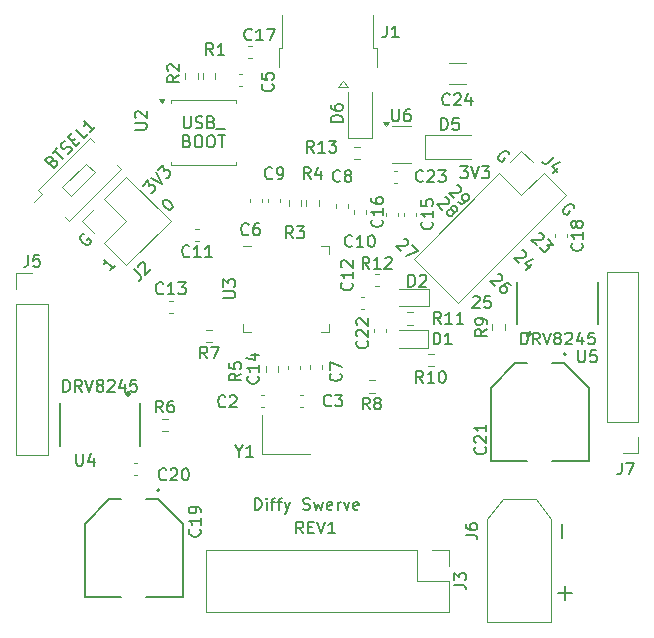
<source format=gbr>
G04 #@! TF.GenerationSoftware,KiCad,Pcbnew,9.0.1*
G04 #@! TF.CreationDate,2025-04-26T02:46:57-04:00*
G04 #@! TF.ProjectId,SwerveModuleBoard,53776572-7665-44d6-9f64-756c65426f61,REV1*
G04 #@! TF.SameCoordinates,Original*
G04 #@! TF.FileFunction,Legend,Top*
G04 #@! TF.FilePolarity,Positive*
%FSLAX46Y46*%
G04 Gerber Fmt 4.6, Leading zero omitted, Abs format (unit mm)*
G04 Created by KiCad (PCBNEW 9.0.1) date 2025-04-26 02:46:57*
%MOMM*%
%LPD*%
G01*
G04 APERTURE LIST*
%ADD10C,0.150000*%
%ADD11C,0.200000*%
%ADD12C,0.120000*%
%ADD13C,0.127000*%
%ADD14C,0.250000*%
G04 APERTURE END LIST*
D10*
X93869047Y-111954819D02*
X93869047Y-110954819D01*
X93869047Y-110954819D02*
X94107142Y-110954819D01*
X94107142Y-110954819D02*
X94249999Y-111002438D01*
X94249999Y-111002438D02*
X94345237Y-111097676D01*
X94345237Y-111097676D02*
X94392856Y-111192914D01*
X94392856Y-111192914D02*
X94440475Y-111383390D01*
X94440475Y-111383390D02*
X94440475Y-111526247D01*
X94440475Y-111526247D02*
X94392856Y-111716723D01*
X94392856Y-111716723D02*
X94345237Y-111811961D01*
X94345237Y-111811961D02*
X94249999Y-111907200D01*
X94249999Y-111907200D02*
X94107142Y-111954819D01*
X94107142Y-111954819D02*
X93869047Y-111954819D01*
X94869047Y-111954819D02*
X94869047Y-111288152D01*
X94869047Y-110954819D02*
X94821428Y-111002438D01*
X94821428Y-111002438D02*
X94869047Y-111050057D01*
X94869047Y-111050057D02*
X94916666Y-111002438D01*
X94916666Y-111002438D02*
X94869047Y-110954819D01*
X94869047Y-110954819D02*
X94869047Y-111050057D01*
X95202380Y-111288152D02*
X95583332Y-111288152D01*
X95345237Y-111954819D02*
X95345237Y-111097676D01*
X95345237Y-111097676D02*
X95392856Y-111002438D01*
X95392856Y-111002438D02*
X95488094Y-110954819D01*
X95488094Y-110954819D02*
X95583332Y-110954819D01*
X95773809Y-111288152D02*
X96154761Y-111288152D01*
X95916666Y-111954819D02*
X95916666Y-111097676D01*
X95916666Y-111097676D02*
X95964285Y-111002438D01*
X95964285Y-111002438D02*
X96059523Y-110954819D01*
X96059523Y-110954819D02*
X96154761Y-110954819D01*
X96392857Y-111288152D02*
X96630952Y-111954819D01*
X96869047Y-111288152D02*
X96630952Y-111954819D01*
X96630952Y-111954819D02*
X96535714Y-112192914D01*
X96535714Y-112192914D02*
X96488095Y-112240533D01*
X96488095Y-112240533D02*
X96392857Y-112288152D01*
X97964286Y-111907200D02*
X98107143Y-111954819D01*
X98107143Y-111954819D02*
X98345238Y-111954819D01*
X98345238Y-111954819D02*
X98440476Y-111907200D01*
X98440476Y-111907200D02*
X98488095Y-111859580D01*
X98488095Y-111859580D02*
X98535714Y-111764342D01*
X98535714Y-111764342D02*
X98535714Y-111669104D01*
X98535714Y-111669104D02*
X98488095Y-111573866D01*
X98488095Y-111573866D02*
X98440476Y-111526247D01*
X98440476Y-111526247D02*
X98345238Y-111478628D01*
X98345238Y-111478628D02*
X98154762Y-111431009D01*
X98154762Y-111431009D02*
X98059524Y-111383390D01*
X98059524Y-111383390D02*
X98011905Y-111335771D01*
X98011905Y-111335771D02*
X97964286Y-111240533D01*
X97964286Y-111240533D02*
X97964286Y-111145295D01*
X97964286Y-111145295D02*
X98011905Y-111050057D01*
X98011905Y-111050057D02*
X98059524Y-111002438D01*
X98059524Y-111002438D02*
X98154762Y-110954819D01*
X98154762Y-110954819D02*
X98392857Y-110954819D01*
X98392857Y-110954819D02*
X98535714Y-111002438D01*
X98869048Y-111288152D02*
X99059524Y-111954819D01*
X99059524Y-111954819D02*
X99250000Y-111478628D01*
X99250000Y-111478628D02*
X99440476Y-111954819D01*
X99440476Y-111954819D02*
X99630952Y-111288152D01*
X100392857Y-111907200D02*
X100297619Y-111954819D01*
X100297619Y-111954819D02*
X100107143Y-111954819D01*
X100107143Y-111954819D02*
X100011905Y-111907200D01*
X100011905Y-111907200D02*
X99964286Y-111811961D01*
X99964286Y-111811961D02*
X99964286Y-111431009D01*
X99964286Y-111431009D02*
X100011905Y-111335771D01*
X100011905Y-111335771D02*
X100107143Y-111288152D01*
X100107143Y-111288152D02*
X100297619Y-111288152D01*
X100297619Y-111288152D02*
X100392857Y-111335771D01*
X100392857Y-111335771D02*
X100440476Y-111431009D01*
X100440476Y-111431009D02*
X100440476Y-111526247D01*
X100440476Y-111526247D02*
X99964286Y-111621485D01*
X100869048Y-111954819D02*
X100869048Y-111288152D01*
X100869048Y-111478628D02*
X100916667Y-111383390D01*
X100916667Y-111383390D02*
X100964286Y-111335771D01*
X100964286Y-111335771D02*
X101059524Y-111288152D01*
X101059524Y-111288152D02*
X101154762Y-111288152D01*
X101392858Y-111288152D02*
X101630953Y-111954819D01*
X101630953Y-111954819D02*
X101869048Y-111288152D01*
X102630953Y-111907200D02*
X102535715Y-111954819D01*
X102535715Y-111954819D02*
X102345239Y-111954819D01*
X102345239Y-111954819D02*
X102250001Y-111907200D01*
X102250001Y-111907200D02*
X102202382Y-111811961D01*
X102202382Y-111811961D02*
X102202382Y-111431009D01*
X102202382Y-111431009D02*
X102250001Y-111335771D01*
X102250001Y-111335771D02*
X102345239Y-111288152D01*
X102345239Y-111288152D02*
X102535715Y-111288152D01*
X102535715Y-111288152D02*
X102630953Y-111335771D01*
X102630953Y-111335771D02*
X102678572Y-111431009D01*
X102678572Y-111431009D02*
X102678572Y-111526247D01*
X102678572Y-111526247D02*
X102202382Y-111621485D01*
D11*
X82037897Y-91274321D02*
X81633836Y-91678382D01*
X81835866Y-91476352D02*
X81128760Y-90769245D01*
X81128760Y-90769245D02*
X81162431Y-90937604D01*
X81162431Y-90937604D02*
X81162431Y-91072291D01*
X81162431Y-91072291D02*
X81128760Y-91173306D01*
X84393057Y-84504947D02*
X84830790Y-84067215D01*
X84830790Y-84067215D02*
X84864462Y-84572291D01*
X84864462Y-84572291D02*
X84965477Y-84471276D01*
X84965477Y-84471276D02*
X85066492Y-84437604D01*
X85066492Y-84437604D02*
X85133836Y-84437604D01*
X85133836Y-84437604D02*
X85234851Y-84471276D01*
X85234851Y-84471276D02*
X85403210Y-84639634D01*
X85403210Y-84639634D02*
X85436882Y-84740650D01*
X85436882Y-84740650D02*
X85436882Y-84807993D01*
X85436882Y-84807993D02*
X85403210Y-84909008D01*
X85403210Y-84909008D02*
X85201179Y-85111039D01*
X85201179Y-85111039D02*
X85100164Y-85144711D01*
X85100164Y-85144711D02*
X85032821Y-85144711D01*
X85032821Y-83865184D02*
X85975630Y-84336589D01*
X85975630Y-84336589D02*
X85504225Y-83393780D01*
X85672584Y-83225421D02*
X86110317Y-82787688D01*
X86110317Y-82787688D02*
X86143989Y-83292764D01*
X86143989Y-83292764D02*
X86245004Y-83191749D01*
X86245004Y-83191749D02*
X86346019Y-83158077D01*
X86346019Y-83158077D02*
X86413363Y-83158077D01*
X86413363Y-83158077D02*
X86514378Y-83191749D01*
X86514378Y-83191749D02*
X86682737Y-83360108D01*
X86682737Y-83360108D02*
X86716408Y-83461123D01*
X86716408Y-83461123D02*
X86716408Y-83528467D01*
X86716408Y-83528467D02*
X86682737Y-83629482D01*
X86682737Y-83629482D02*
X86480706Y-83831512D01*
X86480706Y-83831512D02*
X86379691Y-83865184D01*
X86379691Y-83865184D02*
X86312347Y-83865184D01*
D10*
X97952380Y-113954819D02*
X97619047Y-113478628D01*
X97380952Y-113954819D02*
X97380952Y-112954819D01*
X97380952Y-112954819D02*
X97761904Y-112954819D01*
X97761904Y-112954819D02*
X97857142Y-113002438D01*
X97857142Y-113002438D02*
X97904761Y-113050057D01*
X97904761Y-113050057D02*
X97952380Y-113145295D01*
X97952380Y-113145295D02*
X97952380Y-113288152D01*
X97952380Y-113288152D02*
X97904761Y-113383390D01*
X97904761Y-113383390D02*
X97857142Y-113431009D01*
X97857142Y-113431009D02*
X97761904Y-113478628D01*
X97761904Y-113478628D02*
X97380952Y-113478628D01*
X98380952Y-113431009D02*
X98714285Y-113431009D01*
X98857142Y-113954819D02*
X98380952Y-113954819D01*
X98380952Y-113954819D02*
X98380952Y-112954819D01*
X98380952Y-112954819D02*
X98857142Y-112954819D01*
X99142857Y-112954819D02*
X99476190Y-113954819D01*
X99476190Y-113954819D02*
X99809523Y-112954819D01*
X100666666Y-113954819D02*
X100095238Y-113954819D01*
X100380952Y-113954819D02*
X100380952Y-112954819D01*
X100380952Y-112954819D02*
X100285714Y-113097676D01*
X100285714Y-113097676D02*
X100190476Y-113192914D01*
X100190476Y-113192914D02*
X100095238Y-113240533D01*
D11*
X115399113Y-81864462D02*
X115365441Y-81763447D01*
X115365441Y-81763447D02*
X115264426Y-81662431D01*
X115264426Y-81662431D02*
X115129739Y-81595088D01*
X115129739Y-81595088D02*
X114995052Y-81595088D01*
X114995052Y-81595088D02*
X114894036Y-81628760D01*
X114894036Y-81628760D02*
X114725678Y-81729775D01*
X114725678Y-81729775D02*
X114624662Y-81830790D01*
X114624662Y-81830790D02*
X114523647Y-81999149D01*
X114523647Y-81999149D02*
X114489975Y-82100164D01*
X114489975Y-82100164D02*
X114489975Y-82234851D01*
X114489975Y-82234851D02*
X114557319Y-82369538D01*
X114557319Y-82369538D02*
X114624662Y-82436882D01*
X114624662Y-82436882D02*
X114759349Y-82504225D01*
X114759349Y-82504225D02*
X114826693Y-82504225D01*
X114826693Y-82504225D02*
X115062395Y-82268523D01*
X115062395Y-82268523D02*
X114927708Y-82133836D01*
X86095088Y-85802917D02*
X86162431Y-85735573D01*
X86162431Y-85735573D02*
X86263447Y-85701902D01*
X86263447Y-85701902D02*
X86330790Y-85701902D01*
X86330790Y-85701902D02*
X86431805Y-85735573D01*
X86431805Y-85735573D02*
X86600164Y-85836589D01*
X86600164Y-85836589D02*
X86768523Y-86004947D01*
X86768523Y-86004947D02*
X86869538Y-86173306D01*
X86869538Y-86173306D02*
X86903210Y-86274321D01*
X86903210Y-86274321D02*
X86903210Y-86341665D01*
X86903210Y-86341665D02*
X86869538Y-86442680D01*
X86869538Y-86442680D02*
X86802195Y-86510024D01*
X86802195Y-86510024D02*
X86701179Y-86543695D01*
X86701179Y-86543695D02*
X86633836Y-86543695D01*
X86633836Y-86543695D02*
X86532821Y-86510024D01*
X86532821Y-86510024D02*
X86364462Y-86409008D01*
X86364462Y-86409008D02*
X86196103Y-86240650D01*
X86196103Y-86240650D02*
X86095088Y-86072291D01*
X86095088Y-86072291D02*
X86061416Y-85971276D01*
X86061416Y-85971276D02*
X86061416Y-85903932D01*
X86061416Y-85903932D02*
X86095088Y-85802917D01*
X110961380Y-84494073D02*
X111028723Y-84494073D01*
X111028723Y-84494073D02*
X111129739Y-84527744D01*
X111129739Y-84527744D02*
X111298097Y-84696103D01*
X111298097Y-84696103D02*
X111331769Y-84797118D01*
X111331769Y-84797118D02*
X111331769Y-84864462D01*
X111331769Y-84864462D02*
X111298097Y-84965477D01*
X111298097Y-84965477D02*
X111230754Y-85032821D01*
X111230754Y-85032821D02*
X111096067Y-85100164D01*
X111096067Y-85100164D02*
X110287945Y-85100164D01*
X110287945Y-85100164D02*
X110725678Y-85537897D01*
X111062395Y-85874614D02*
X111197082Y-86009301D01*
X111197082Y-86009301D02*
X111298097Y-86042973D01*
X111298097Y-86042973D02*
X111365441Y-86042973D01*
X111365441Y-86042973D02*
X111533800Y-86009301D01*
X111533800Y-86009301D02*
X111702158Y-85908286D01*
X111702158Y-85908286D02*
X111971532Y-85638912D01*
X111971532Y-85638912D02*
X112005204Y-85537897D01*
X112005204Y-85537897D02*
X112005204Y-85470553D01*
X112005204Y-85470553D02*
X111971532Y-85369538D01*
X111971532Y-85369538D02*
X111836845Y-85234851D01*
X111836845Y-85234851D02*
X111735830Y-85201179D01*
X111735830Y-85201179D02*
X111668487Y-85201179D01*
X111668487Y-85201179D02*
X111567471Y-85234851D01*
X111567471Y-85234851D02*
X111399113Y-85403210D01*
X111399113Y-85403210D02*
X111365441Y-85504225D01*
X111365441Y-85504225D02*
X111365441Y-85571569D01*
X111365441Y-85571569D02*
X111399113Y-85672584D01*
X111399113Y-85672584D02*
X111533800Y-85807271D01*
X111533800Y-85807271D02*
X111634815Y-85840943D01*
X111634815Y-85840943D02*
X111702158Y-85840943D01*
X111702158Y-85840943D02*
X111803174Y-85807271D01*
X112322054Y-93962457D02*
X112369673Y-93914838D01*
X112369673Y-93914838D02*
X112464911Y-93867219D01*
X112464911Y-93867219D02*
X112703006Y-93867219D01*
X112703006Y-93867219D02*
X112798244Y-93914838D01*
X112798244Y-93914838D02*
X112845863Y-93962457D01*
X112845863Y-93962457D02*
X112893482Y-94057695D01*
X112893482Y-94057695D02*
X112893482Y-94152933D01*
X112893482Y-94152933D02*
X112845863Y-94295790D01*
X112845863Y-94295790D02*
X112274435Y-94867219D01*
X112274435Y-94867219D02*
X112893482Y-94867219D01*
X113798244Y-93867219D02*
X113322054Y-93867219D01*
X113322054Y-93867219D02*
X113274435Y-94343409D01*
X113274435Y-94343409D02*
X113322054Y-94295790D01*
X113322054Y-94295790D02*
X113417292Y-94248171D01*
X113417292Y-94248171D02*
X113655387Y-94248171D01*
X113655387Y-94248171D02*
X113750625Y-94295790D01*
X113750625Y-94295790D02*
X113798244Y-94343409D01*
X113798244Y-94343409D02*
X113845863Y-94438647D01*
X113845863Y-94438647D02*
X113845863Y-94676742D01*
X113845863Y-94676742D02*
X113798244Y-94771980D01*
X113798244Y-94771980D02*
X113750625Y-94819600D01*
X113750625Y-94819600D02*
X113655387Y-94867219D01*
X113655387Y-94867219D02*
X113417292Y-94867219D01*
X113417292Y-94867219D02*
X113322054Y-94819600D01*
X113322054Y-94819600D02*
X113274435Y-94771980D01*
X116461380Y-89994073D02*
X116528723Y-89994073D01*
X116528723Y-89994073D02*
X116629739Y-90027744D01*
X116629739Y-90027744D02*
X116798097Y-90196103D01*
X116798097Y-90196103D02*
X116831769Y-90297118D01*
X116831769Y-90297118D02*
X116831769Y-90364462D01*
X116831769Y-90364462D02*
X116798097Y-90465477D01*
X116798097Y-90465477D02*
X116730754Y-90532821D01*
X116730754Y-90532821D02*
X116596067Y-90600164D01*
X116596067Y-90600164D02*
X115787945Y-90600164D01*
X115787945Y-90600164D02*
X116225678Y-91037897D01*
X117303174Y-91172584D02*
X116831769Y-91643988D01*
X117404189Y-90734851D02*
X116730754Y-91071569D01*
X116730754Y-91071569D02*
X117168487Y-91509301D01*
X79364462Y-88600886D02*
X79263447Y-88634558D01*
X79263447Y-88634558D02*
X79162431Y-88735573D01*
X79162431Y-88735573D02*
X79095088Y-88870260D01*
X79095088Y-88870260D02*
X79095088Y-89004947D01*
X79095088Y-89004947D02*
X79128760Y-89105963D01*
X79128760Y-89105963D02*
X79229775Y-89274321D01*
X79229775Y-89274321D02*
X79330790Y-89375337D01*
X79330790Y-89375337D02*
X79499149Y-89476352D01*
X79499149Y-89476352D02*
X79600164Y-89510024D01*
X79600164Y-89510024D02*
X79734851Y-89510024D01*
X79734851Y-89510024D02*
X79869538Y-89442680D01*
X79869538Y-89442680D02*
X79936882Y-89375337D01*
X79936882Y-89375337D02*
X80004225Y-89240650D01*
X80004225Y-89240650D02*
X80004225Y-89173306D01*
X80004225Y-89173306D02*
X79768523Y-88937604D01*
X79768523Y-88937604D02*
X79633836Y-89072291D01*
X120899113Y-86364462D02*
X120865441Y-86263447D01*
X120865441Y-86263447D02*
X120764426Y-86162431D01*
X120764426Y-86162431D02*
X120629739Y-86095088D01*
X120629739Y-86095088D02*
X120495052Y-86095088D01*
X120495052Y-86095088D02*
X120394036Y-86128760D01*
X120394036Y-86128760D02*
X120225678Y-86229775D01*
X120225678Y-86229775D02*
X120124662Y-86330790D01*
X120124662Y-86330790D02*
X120023647Y-86499149D01*
X120023647Y-86499149D02*
X119989975Y-86600164D01*
X119989975Y-86600164D02*
X119989975Y-86734851D01*
X119989975Y-86734851D02*
X120057319Y-86869538D01*
X120057319Y-86869538D02*
X120124662Y-86936882D01*
X120124662Y-86936882D02*
X120259349Y-87004225D01*
X120259349Y-87004225D02*
X120326693Y-87004225D01*
X120326693Y-87004225D02*
X120562395Y-86768523D01*
X120562395Y-86768523D02*
X120427708Y-86633836D01*
D10*
X87857143Y-78649847D02*
X87857143Y-79459370D01*
X87857143Y-79459370D02*
X87904762Y-79554608D01*
X87904762Y-79554608D02*
X87952381Y-79602228D01*
X87952381Y-79602228D02*
X88047619Y-79649847D01*
X88047619Y-79649847D02*
X88238095Y-79649847D01*
X88238095Y-79649847D02*
X88333333Y-79602228D01*
X88333333Y-79602228D02*
X88380952Y-79554608D01*
X88380952Y-79554608D02*
X88428571Y-79459370D01*
X88428571Y-79459370D02*
X88428571Y-78649847D01*
X88857143Y-79602228D02*
X89000000Y-79649847D01*
X89000000Y-79649847D02*
X89238095Y-79649847D01*
X89238095Y-79649847D02*
X89333333Y-79602228D01*
X89333333Y-79602228D02*
X89380952Y-79554608D01*
X89380952Y-79554608D02*
X89428571Y-79459370D01*
X89428571Y-79459370D02*
X89428571Y-79364132D01*
X89428571Y-79364132D02*
X89380952Y-79268894D01*
X89380952Y-79268894D02*
X89333333Y-79221275D01*
X89333333Y-79221275D02*
X89238095Y-79173656D01*
X89238095Y-79173656D02*
X89047619Y-79126037D01*
X89047619Y-79126037D02*
X88952381Y-79078418D01*
X88952381Y-79078418D02*
X88904762Y-79030799D01*
X88904762Y-79030799D02*
X88857143Y-78935561D01*
X88857143Y-78935561D02*
X88857143Y-78840323D01*
X88857143Y-78840323D02*
X88904762Y-78745085D01*
X88904762Y-78745085D02*
X88952381Y-78697466D01*
X88952381Y-78697466D02*
X89047619Y-78649847D01*
X89047619Y-78649847D02*
X89285714Y-78649847D01*
X89285714Y-78649847D02*
X89428571Y-78697466D01*
X90190476Y-79126037D02*
X90333333Y-79173656D01*
X90333333Y-79173656D02*
X90380952Y-79221275D01*
X90380952Y-79221275D02*
X90428571Y-79316513D01*
X90428571Y-79316513D02*
X90428571Y-79459370D01*
X90428571Y-79459370D02*
X90380952Y-79554608D01*
X90380952Y-79554608D02*
X90333333Y-79602228D01*
X90333333Y-79602228D02*
X90238095Y-79649847D01*
X90238095Y-79649847D02*
X89857143Y-79649847D01*
X89857143Y-79649847D02*
X89857143Y-78649847D01*
X89857143Y-78649847D02*
X90190476Y-78649847D01*
X90190476Y-78649847D02*
X90285714Y-78697466D01*
X90285714Y-78697466D02*
X90333333Y-78745085D01*
X90333333Y-78745085D02*
X90380952Y-78840323D01*
X90380952Y-78840323D02*
X90380952Y-78935561D01*
X90380952Y-78935561D02*
X90333333Y-79030799D01*
X90333333Y-79030799D02*
X90285714Y-79078418D01*
X90285714Y-79078418D02*
X90190476Y-79126037D01*
X90190476Y-79126037D02*
X89857143Y-79126037D01*
X90619048Y-79745085D02*
X91380952Y-79745085D01*
X88142857Y-80735981D02*
X88285714Y-80783600D01*
X88285714Y-80783600D02*
X88333333Y-80831219D01*
X88333333Y-80831219D02*
X88380952Y-80926457D01*
X88380952Y-80926457D02*
X88380952Y-81069314D01*
X88380952Y-81069314D02*
X88333333Y-81164552D01*
X88333333Y-81164552D02*
X88285714Y-81212172D01*
X88285714Y-81212172D02*
X88190476Y-81259791D01*
X88190476Y-81259791D02*
X87809524Y-81259791D01*
X87809524Y-81259791D02*
X87809524Y-80259791D01*
X87809524Y-80259791D02*
X88142857Y-80259791D01*
X88142857Y-80259791D02*
X88238095Y-80307410D01*
X88238095Y-80307410D02*
X88285714Y-80355029D01*
X88285714Y-80355029D02*
X88333333Y-80450267D01*
X88333333Y-80450267D02*
X88333333Y-80545505D01*
X88333333Y-80545505D02*
X88285714Y-80640743D01*
X88285714Y-80640743D02*
X88238095Y-80688362D01*
X88238095Y-80688362D02*
X88142857Y-80735981D01*
X88142857Y-80735981D02*
X87809524Y-80735981D01*
X89000000Y-80259791D02*
X89190476Y-80259791D01*
X89190476Y-80259791D02*
X89285714Y-80307410D01*
X89285714Y-80307410D02*
X89380952Y-80402648D01*
X89380952Y-80402648D02*
X89428571Y-80593124D01*
X89428571Y-80593124D02*
X89428571Y-80926457D01*
X89428571Y-80926457D02*
X89380952Y-81116933D01*
X89380952Y-81116933D02*
X89285714Y-81212172D01*
X89285714Y-81212172D02*
X89190476Y-81259791D01*
X89190476Y-81259791D02*
X89000000Y-81259791D01*
X89000000Y-81259791D02*
X88904762Y-81212172D01*
X88904762Y-81212172D02*
X88809524Y-81116933D01*
X88809524Y-81116933D02*
X88761905Y-80926457D01*
X88761905Y-80926457D02*
X88761905Y-80593124D01*
X88761905Y-80593124D02*
X88809524Y-80402648D01*
X88809524Y-80402648D02*
X88904762Y-80307410D01*
X88904762Y-80307410D02*
X89000000Y-80259791D01*
X90047619Y-80259791D02*
X90238095Y-80259791D01*
X90238095Y-80259791D02*
X90333333Y-80307410D01*
X90333333Y-80307410D02*
X90428571Y-80402648D01*
X90428571Y-80402648D02*
X90476190Y-80593124D01*
X90476190Y-80593124D02*
X90476190Y-80926457D01*
X90476190Y-80926457D02*
X90428571Y-81116933D01*
X90428571Y-81116933D02*
X90333333Y-81212172D01*
X90333333Y-81212172D02*
X90238095Y-81259791D01*
X90238095Y-81259791D02*
X90047619Y-81259791D01*
X90047619Y-81259791D02*
X89952381Y-81212172D01*
X89952381Y-81212172D02*
X89857143Y-81116933D01*
X89857143Y-81116933D02*
X89809524Y-80926457D01*
X89809524Y-80926457D02*
X89809524Y-80593124D01*
X89809524Y-80593124D02*
X89857143Y-80402648D01*
X89857143Y-80402648D02*
X89952381Y-80307410D01*
X89952381Y-80307410D02*
X90047619Y-80259791D01*
X90761905Y-80259791D02*
X91333333Y-80259791D01*
X91047619Y-81259791D02*
X91047619Y-80259791D01*
D11*
X109961380Y-85494073D02*
X110028723Y-85494073D01*
X110028723Y-85494073D02*
X110129739Y-85527744D01*
X110129739Y-85527744D02*
X110298097Y-85696103D01*
X110298097Y-85696103D02*
X110331769Y-85797118D01*
X110331769Y-85797118D02*
X110331769Y-85864462D01*
X110331769Y-85864462D02*
X110298097Y-85965477D01*
X110298097Y-85965477D02*
X110230754Y-86032821D01*
X110230754Y-86032821D02*
X110096067Y-86100164D01*
X110096067Y-86100164D02*
X109287945Y-86100164D01*
X109287945Y-86100164D02*
X109725678Y-86537897D01*
X110533800Y-86537897D02*
X110500128Y-86436882D01*
X110500128Y-86436882D02*
X110500128Y-86369538D01*
X110500128Y-86369538D02*
X110533800Y-86268523D01*
X110533800Y-86268523D02*
X110567471Y-86234851D01*
X110567471Y-86234851D02*
X110668487Y-86201179D01*
X110668487Y-86201179D02*
X110735830Y-86201179D01*
X110735830Y-86201179D02*
X110836845Y-86234851D01*
X110836845Y-86234851D02*
X110971532Y-86369538D01*
X110971532Y-86369538D02*
X111005204Y-86470553D01*
X111005204Y-86470553D02*
X111005204Y-86537897D01*
X111005204Y-86537897D02*
X110971532Y-86638912D01*
X110971532Y-86638912D02*
X110937861Y-86672584D01*
X110937861Y-86672584D02*
X110836845Y-86706256D01*
X110836845Y-86706256D02*
X110769502Y-86706256D01*
X110769502Y-86706256D02*
X110668487Y-86672584D01*
X110668487Y-86672584D02*
X110533800Y-86537897D01*
X110533800Y-86537897D02*
X110432784Y-86504225D01*
X110432784Y-86504225D02*
X110365441Y-86504225D01*
X110365441Y-86504225D02*
X110264426Y-86537897D01*
X110264426Y-86537897D02*
X110129739Y-86672584D01*
X110129739Y-86672584D02*
X110096067Y-86773599D01*
X110096067Y-86773599D02*
X110096067Y-86840943D01*
X110096067Y-86840943D02*
X110129739Y-86941958D01*
X110129739Y-86941958D02*
X110264426Y-87076645D01*
X110264426Y-87076645D02*
X110365441Y-87110317D01*
X110365441Y-87110317D02*
X110432784Y-87110317D01*
X110432784Y-87110317D02*
X110533800Y-87076645D01*
X110533800Y-87076645D02*
X110668487Y-86941958D01*
X110668487Y-86941958D02*
X110702158Y-86840943D01*
X110702158Y-86840943D02*
X110702158Y-86773599D01*
X110702158Y-86773599D02*
X110668487Y-86672584D01*
X106461380Y-88994073D02*
X106528723Y-88994073D01*
X106528723Y-88994073D02*
X106629739Y-89027744D01*
X106629739Y-89027744D02*
X106798097Y-89196103D01*
X106798097Y-89196103D02*
X106831769Y-89297118D01*
X106831769Y-89297118D02*
X106831769Y-89364462D01*
X106831769Y-89364462D02*
X106798097Y-89465477D01*
X106798097Y-89465477D02*
X106730754Y-89532821D01*
X106730754Y-89532821D02*
X106596067Y-89600164D01*
X106596067Y-89600164D02*
X105787945Y-89600164D01*
X105787945Y-89600164D02*
X106225678Y-90037897D01*
X107168487Y-89566492D02*
X107639891Y-90037897D01*
X107639891Y-90037897D02*
X106629739Y-90441958D01*
X111274435Y-82867219D02*
X111893482Y-82867219D01*
X111893482Y-82867219D02*
X111560149Y-83248171D01*
X111560149Y-83248171D02*
X111703006Y-83248171D01*
X111703006Y-83248171D02*
X111798244Y-83295790D01*
X111798244Y-83295790D02*
X111845863Y-83343409D01*
X111845863Y-83343409D02*
X111893482Y-83438647D01*
X111893482Y-83438647D02*
X111893482Y-83676742D01*
X111893482Y-83676742D02*
X111845863Y-83771980D01*
X111845863Y-83771980D02*
X111798244Y-83819600D01*
X111798244Y-83819600D02*
X111703006Y-83867219D01*
X111703006Y-83867219D02*
X111417292Y-83867219D01*
X111417292Y-83867219D02*
X111322054Y-83819600D01*
X111322054Y-83819600D02*
X111274435Y-83771980D01*
X112179197Y-82867219D02*
X112512530Y-83867219D01*
X112512530Y-83867219D02*
X112845863Y-82867219D01*
X113083959Y-82867219D02*
X113703006Y-82867219D01*
X113703006Y-82867219D02*
X113369673Y-83248171D01*
X113369673Y-83248171D02*
X113512530Y-83248171D01*
X113512530Y-83248171D02*
X113607768Y-83295790D01*
X113607768Y-83295790D02*
X113655387Y-83343409D01*
X113655387Y-83343409D02*
X113703006Y-83438647D01*
X113703006Y-83438647D02*
X113703006Y-83676742D01*
X113703006Y-83676742D02*
X113655387Y-83771980D01*
X113655387Y-83771980D02*
X113607768Y-83819600D01*
X113607768Y-83819600D02*
X113512530Y-83867219D01*
X113512530Y-83867219D02*
X113226816Y-83867219D01*
X113226816Y-83867219D02*
X113131578Y-83819600D01*
X113131578Y-83819600D02*
X113083959Y-83771980D01*
X114461380Y-91994073D02*
X114528723Y-91994073D01*
X114528723Y-91994073D02*
X114629739Y-92027744D01*
X114629739Y-92027744D02*
X114798097Y-92196103D01*
X114798097Y-92196103D02*
X114831769Y-92297118D01*
X114831769Y-92297118D02*
X114831769Y-92364462D01*
X114831769Y-92364462D02*
X114798097Y-92465477D01*
X114798097Y-92465477D02*
X114730754Y-92532821D01*
X114730754Y-92532821D02*
X114596067Y-92600164D01*
X114596067Y-92600164D02*
X113787945Y-92600164D01*
X113787945Y-92600164D02*
X114225678Y-93037897D01*
X115538876Y-92936882D02*
X115404189Y-92802195D01*
X115404189Y-92802195D02*
X115303174Y-92768523D01*
X115303174Y-92768523D02*
X115235830Y-92768523D01*
X115235830Y-92768523D02*
X115067471Y-92802195D01*
X115067471Y-92802195D02*
X114899113Y-92903210D01*
X114899113Y-92903210D02*
X114629739Y-93172584D01*
X114629739Y-93172584D02*
X114596067Y-93273599D01*
X114596067Y-93273599D02*
X114596067Y-93340943D01*
X114596067Y-93340943D02*
X114629739Y-93441958D01*
X114629739Y-93441958D02*
X114764426Y-93576645D01*
X114764426Y-93576645D02*
X114865441Y-93610317D01*
X114865441Y-93610317D02*
X114932784Y-93610317D01*
X114932784Y-93610317D02*
X115033800Y-93576645D01*
X115033800Y-93576645D02*
X115202158Y-93408286D01*
X115202158Y-93408286D02*
X115235830Y-93307271D01*
X115235830Y-93307271D02*
X115235830Y-93239927D01*
X115235830Y-93239927D02*
X115202158Y-93138912D01*
X115202158Y-93138912D02*
X115067471Y-93004225D01*
X115067471Y-93004225D02*
X114966456Y-92970553D01*
X114966456Y-92970553D02*
X114899113Y-92970553D01*
X114899113Y-92970553D02*
X114798097Y-93004225D01*
X117961380Y-88494073D02*
X118028723Y-88494073D01*
X118028723Y-88494073D02*
X118129739Y-88527744D01*
X118129739Y-88527744D02*
X118298097Y-88696103D01*
X118298097Y-88696103D02*
X118331769Y-88797118D01*
X118331769Y-88797118D02*
X118331769Y-88864462D01*
X118331769Y-88864462D02*
X118298097Y-88965477D01*
X118298097Y-88965477D02*
X118230754Y-89032821D01*
X118230754Y-89032821D02*
X118096067Y-89100164D01*
X118096067Y-89100164D02*
X117287945Y-89100164D01*
X117287945Y-89100164D02*
X117725678Y-89537897D01*
X118668487Y-89066492D02*
X119106219Y-89504225D01*
X119106219Y-89504225D02*
X118601143Y-89537897D01*
X118601143Y-89537897D02*
X118702158Y-89638912D01*
X118702158Y-89638912D02*
X118735830Y-89739927D01*
X118735830Y-89739927D02*
X118735830Y-89807271D01*
X118735830Y-89807271D02*
X118702158Y-89908286D01*
X118702158Y-89908286D02*
X118533800Y-90076645D01*
X118533800Y-90076645D02*
X118432784Y-90110317D01*
X118432784Y-90110317D02*
X118365441Y-90110317D01*
X118365441Y-90110317D02*
X118264426Y-90076645D01*
X118264426Y-90076645D02*
X118062395Y-89874614D01*
X118062395Y-89874614D02*
X118028723Y-89773599D01*
X118028723Y-89773599D02*
X118028723Y-89706256D01*
D10*
X105031666Y-70964819D02*
X105031666Y-71679104D01*
X105031666Y-71679104D02*
X104984047Y-71821961D01*
X104984047Y-71821961D02*
X104888809Y-71917200D01*
X104888809Y-71917200D02*
X104745952Y-71964819D01*
X104745952Y-71964819D02*
X104650714Y-71964819D01*
X106031666Y-71964819D02*
X105460238Y-71964819D01*
X105745952Y-71964819D02*
X105745952Y-70964819D01*
X105745952Y-70964819D02*
X105650714Y-71107676D01*
X105650714Y-71107676D02*
X105555476Y-71202914D01*
X105555476Y-71202914D02*
X105460238Y-71250533D01*
X102107142Y-89609580D02*
X102059523Y-89657200D01*
X102059523Y-89657200D02*
X101916666Y-89704819D01*
X101916666Y-89704819D02*
X101821428Y-89704819D01*
X101821428Y-89704819D02*
X101678571Y-89657200D01*
X101678571Y-89657200D02*
X101583333Y-89561961D01*
X101583333Y-89561961D02*
X101535714Y-89466723D01*
X101535714Y-89466723D02*
X101488095Y-89276247D01*
X101488095Y-89276247D02*
X101488095Y-89133390D01*
X101488095Y-89133390D02*
X101535714Y-88942914D01*
X101535714Y-88942914D02*
X101583333Y-88847676D01*
X101583333Y-88847676D02*
X101678571Y-88752438D01*
X101678571Y-88752438D02*
X101821428Y-88704819D01*
X101821428Y-88704819D02*
X101916666Y-88704819D01*
X101916666Y-88704819D02*
X102059523Y-88752438D01*
X102059523Y-88752438D02*
X102107142Y-88800057D01*
X103059523Y-89704819D02*
X102488095Y-89704819D01*
X102773809Y-89704819D02*
X102773809Y-88704819D01*
X102773809Y-88704819D02*
X102678571Y-88847676D01*
X102678571Y-88847676D02*
X102583333Y-88942914D01*
X102583333Y-88942914D02*
X102488095Y-88990533D01*
X103678571Y-88704819D02*
X103773809Y-88704819D01*
X103773809Y-88704819D02*
X103869047Y-88752438D01*
X103869047Y-88752438D02*
X103916666Y-88800057D01*
X103916666Y-88800057D02*
X103964285Y-88895295D01*
X103964285Y-88895295D02*
X104011904Y-89085771D01*
X104011904Y-89085771D02*
X104011904Y-89323866D01*
X104011904Y-89323866D02*
X103964285Y-89514342D01*
X103964285Y-89514342D02*
X103916666Y-89609580D01*
X103916666Y-89609580D02*
X103869047Y-89657200D01*
X103869047Y-89657200D02*
X103773809Y-89704819D01*
X103773809Y-89704819D02*
X103678571Y-89704819D01*
X103678571Y-89704819D02*
X103583333Y-89657200D01*
X103583333Y-89657200D02*
X103535714Y-89609580D01*
X103535714Y-89609580D02*
X103488095Y-89514342D01*
X103488095Y-89514342D02*
X103440476Y-89323866D01*
X103440476Y-89323866D02*
X103440476Y-89085771D01*
X103440476Y-89085771D02*
X103488095Y-88895295D01*
X103488095Y-88895295D02*
X103535714Y-88800057D01*
X103535714Y-88800057D02*
X103583333Y-88752438D01*
X103583333Y-88752438D02*
X103678571Y-88704819D01*
X101083333Y-84109580D02*
X101035714Y-84157200D01*
X101035714Y-84157200D02*
X100892857Y-84204819D01*
X100892857Y-84204819D02*
X100797619Y-84204819D01*
X100797619Y-84204819D02*
X100654762Y-84157200D01*
X100654762Y-84157200D02*
X100559524Y-84061961D01*
X100559524Y-84061961D02*
X100511905Y-83966723D01*
X100511905Y-83966723D02*
X100464286Y-83776247D01*
X100464286Y-83776247D02*
X100464286Y-83633390D01*
X100464286Y-83633390D02*
X100511905Y-83442914D01*
X100511905Y-83442914D02*
X100559524Y-83347676D01*
X100559524Y-83347676D02*
X100654762Y-83252438D01*
X100654762Y-83252438D02*
X100797619Y-83204819D01*
X100797619Y-83204819D02*
X100892857Y-83204819D01*
X100892857Y-83204819D02*
X101035714Y-83252438D01*
X101035714Y-83252438D02*
X101083333Y-83300057D01*
X101654762Y-83633390D02*
X101559524Y-83585771D01*
X101559524Y-83585771D02*
X101511905Y-83538152D01*
X101511905Y-83538152D02*
X101464286Y-83442914D01*
X101464286Y-83442914D02*
X101464286Y-83395295D01*
X101464286Y-83395295D02*
X101511905Y-83300057D01*
X101511905Y-83300057D02*
X101559524Y-83252438D01*
X101559524Y-83252438D02*
X101654762Y-83204819D01*
X101654762Y-83204819D02*
X101845238Y-83204819D01*
X101845238Y-83204819D02*
X101940476Y-83252438D01*
X101940476Y-83252438D02*
X101988095Y-83300057D01*
X101988095Y-83300057D02*
X102035714Y-83395295D01*
X102035714Y-83395295D02*
X102035714Y-83442914D01*
X102035714Y-83442914D02*
X101988095Y-83538152D01*
X101988095Y-83538152D02*
X101940476Y-83585771D01*
X101940476Y-83585771D02*
X101845238Y-83633390D01*
X101845238Y-83633390D02*
X101654762Y-83633390D01*
X101654762Y-83633390D02*
X101559524Y-83681009D01*
X101559524Y-83681009D02*
X101511905Y-83728628D01*
X101511905Y-83728628D02*
X101464286Y-83823866D01*
X101464286Y-83823866D02*
X101464286Y-84014342D01*
X101464286Y-84014342D02*
X101511905Y-84109580D01*
X101511905Y-84109580D02*
X101559524Y-84157200D01*
X101559524Y-84157200D02*
X101654762Y-84204819D01*
X101654762Y-84204819D02*
X101845238Y-84204819D01*
X101845238Y-84204819D02*
X101940476Y-84157200D01*
X101940476Y-84157200D02*
X101988095Y-84109580D01*
X101988095Y-84109580D02*
X102035714Y-84014342D01*
X102035714Y-84014342D02*
X102035714Y-83823866D01*
X102035714Y-83823866D02*
X101988095Y-83728628D01*
X101988095Y-83728628D02*
X101940476Y-83681009D01*
X101940476Y-83681009D02*
X101845238Y-83633390D01*
X86107142Y-93609580D02*
X86059523Y-93657200D01*
X86059523Y-93657200D02*
X85916666Y-93704819D01*
X85916666Y-93704819D02*
X85821428Y-93704819D01*
X85821428Y-93704819D02*
X85678571Y-93657200D01*
X85678571Y-93657200D02*
X85583333Y-93561961D01*
X85583333Y-93561961D02*
X85535714Y-93466723D01*
X85535714Y-93466723D02*
X85488095Y-93276247D01*
X85488095Y-93276247D02*
X85488095Y-93133390D01*
X85488095Y-93133390D02*
X85535714Y-92942914D01*
X85535714Y-92942914D02*
X85583333Y-92847676D01*
X85583333Y-92847676D02*
X85678571Y-92752438D01*
X85678571Y-92752438D02*
X85821428Y-92704819D01*
X85821428Y-92704819D02*
X85916666Y-92704819D01*
X85916666Y-92704819D02*
X86059523Y-92752438D01*
X86059523Y-92752438D02*
X86107142Y-92800057D01*
X87059523Y-93704819D02*
X86488095Y-93704819D01*
X86773809Y-93704819D02*
X86773809Y-92704819D01*
X86773809Y-92704819D02*
X86678571Y-92847676D01*
X86678571Y-92847676D02*
X86583333Y-92942914D01*
X86583333Y-92942914D02*
X86488095Y-92990533D01*
X87392857Y-92704819D02*
X88011904Y-92704819D01*
X88011904Y-92704819D02*
X87678571Y-93085771D01*
X87678571Y-93085771D02*
X87821428Y-93085771D01*
X87821428Y-93085771D02*
X87916666Y-93133390D01*
X87916666Y-93133390D02*
X87964285Y-93181009D01*
X87964285Y-93181009D02*
X88011904Y-93276247D01*
X88011904Y-93276247D02*
X88011904Y-93514342D01*
X88011904Y-93514342D02*
X87964285Y-93609580D01*
X87964285Y-93609580D02*
X87916666Y-93657200D01*
X87916666Y-93657200D02*
X87821428Y-93704819D01*
X87821428Y-93704819D02*
X87535714Y-93704819D01*
X87535714Y-93704819D02*
X87440476Y-93657200D01*
X87440476Y-93657200D02*
X87392857Y-93609580D01*
X95359580Y-75916666D02*
X95407200Y-75964285D01*
X95407200Y-75964285D02*
X95454819Y-76107142D01*
X95454819Y-76107142D02*
X95454819Y-76202380D01*
X95454819Y-76202380D02*
X95407200Y-76345237D01*
X95407200Y-76345237D02*
X95311961Y-76440475D01*
X95311961Y-76440475D02*
X95216723Y-76488094D01*
X95216723Y-76488094D02*
X95026247Y-76535713D01*
X95026247Y-76535713D02*
X94883390Y-76535713D01*
X94883390Y-76535713D02*
X94692914Y-76488094D01*
X94692914Y-76488094D02*
X94597676Y-76440475D01*
X94597676Y-76440475D02*
X94502438Y-76345237D01*
X94502438Y-76345237D02*
X94454819Y-76202380D01*
X94454819Y-76202380D02*
X94454819Y-76107142D01*
X94454819Y-76107142D02*
X94502438Y-75964285D01*
X94502438Y-75964285D02*
X94550057Y-75916666D01*
X94454819Y-75011904D02*
X94454819Y-75488094D01*
X94454819Y-75488094D02*
X94931009Y-75535713D01*
X94931009Y-75535713D02*
X94883390Y-75488094D01*
X94883390Y-75488094D02*
X94835771Y-75392856D01*
X94835771Y-75392856D02*
X94835771Y-75154761D01*
X94835771Y-75154761D02*
X94883390Y-75059523D01*
X94883390Y-75059523D02*
X94931009Y-75011904D01*
X94931009Y-75011904D02*
X95026247Y-74964285D01*
X95026247Y-74964285D02*
X95264342Y-74964285D01*
X95264342Y-74964285D02*
X95359580Y-75011904D01*
X95359580Y-75011904D02*
X95407200Y-75059523D01*
X95407200Y-75059523D02*
X95454819Y-75154761D01*
X95454819Y-75154761D02*
X95454819Y-75392856D01*
X95454819Y-75392856D02*
X95407200Y-75488094D01*
X95407200Y-75488094D02*
X95359580Y-75535713D01*
X87454819Y-75166666D02*
X86978628Y-75499999D01*
X87454819Y-75738094D02*
X86454819Y-75738094D01*
X86454819Y-75738094D02*
X86454819Y-75357142D01*
X86454819Y-75357142D02*
X86502438Y-75261904D01*
X86502438Y-75261904D02*
X86550057Y-75214285D01*
X86550057Y-75214285D02*
X86645295Y-75166666D01*
X86645295Y-75166666D02*
X86788152Y-75166666D01*
X86788152Y-75166666D02*
X86883390Y-75214285D01*
X86883390Y-75214285D02*
X86931009Y-75261904D01*
X86931009Y-75261904D02*
X86978628Y-75357142D01*
X86978628Y-75357142D02*
X86978628Y-75738094D01*
X86550057Y-74785713D02*
X86502438Y-74738094D01*
X86502438Y-74738094D02*
X86454819Y-74642856D01*
X86454819Y-74642856D02*
X86454819Y-74404761D01*
X86454819Y-74404761D02*
X86502438Y-74309523D01*
X86502438Y-74309523D02*
X86550057Y-74261904D01*
X86550057Y-74261904D02*
X86645295Y-74214285D01*
X86645295Y-74214285D02*
X86740533Y-74214285D01*
X86740533Y-74214285D02*
X86883390Y-74261904D01*
X86883390Y-74261904D02*
X87454819Y-74833332D01*
X87454819Y-74833332D02*
X87454819Y-74214285D01*
X83704819Y-79761904D02*
X84514342Y-79761904D01*
X84514342Y-79761904D02*
X84609580Y-79714285D01*
X84609580Y-79714285D02*
X84657200Y-79666666D01*
X84657200Y-79666666D02*
X84704819Y-79571428D01*
X84704819Y-79571428D02*
X84704819Y-79380952D01*
X84704819Y-79380952D02*
X84657200Y-79285714D01*
X84657200Y-79285714D02*
X84609580Y-79238095D01*
X84609580Y-79238095D02*
X84514342Y-79190476D01*
X84514342Y-79190476D02*
X83704819Y-79190476D01*
X83800057Y-78761904D02*
X83752438Y-78714285D01*
X83752438Y-78714285D02*
X83704819Y-78619047D01*
X83704819Y-78619047D02*
X83704819Y-78380952D01*
X83704819Y-78380952D02*
X83752438Y-78285714D01*
X83752438Y-78285714D02*
X83800057Y-78238095D01*
X83800057Y-78238095D02*
X83895295Y-78190476D01*
X83895295Y-78190476D02*
X83990533Y-78190476D01*
X83990533Y-78190476D02*
X84133390Y-78238095D01*
X84133390Y-78238095D02*
X84704819Y-78809523D01*
X84704819Y-78809523D02*
X84704819Y-78190476D01*
X90333333Y-73454819D02*
X90000000Y-72978628D01*
X89761905Y-73454819D02*
X89761905Y-72454819D01*
X89761905Y-72454819D02*
X90142857Y-72454819D01*
X90142857Y-72454819D02*
X90238095Y-72502438D01*
X90238095Y-72502438D02*
X90285714Y-72550057D01*
X90285714Y-72550057D02*
X90333333Y-72645295D01*
X90333333Y-72645295D02*
X90333333Y-72788152D01*
X90333333Y-72788152D02*
X90285714Y-72883390D01*
X90285714Y-72883390D02*
X90238095Y-72931009D01*
X90238095Y-72931009D02*
X90142857Y-72978628D01*
X90142857Y-72978628D02*
X89761905Y-72978628D01*
X91285714Y-73454819D02*
X90714286Y-73454819D01*
X91000000Y-73454819D02*
X91000000Y-72454819D01*
X91000000Y-72454819D02*
X90904762Y-72597676D01*
X90904762Y-72597676D02*
X90809524Y-72692914D01*
X90809524Y-72692914D02*
X90714286Y-72740533D01*
X95333333Y-83859580D02*
X95285714Y-83907200D01*
X95285714Y-83907200D02*
X95142857Y-83954819D01*
X95142857Y-83954819D02*
X95047619Y-83954819D01*
X95047619Y-83954819D02*
X94904762Y-83907200D01*
X94904762Y-83907200D02*
X94809524Y-83811961D01*
X94809524Y-83811961D02*
X94761905Y-83716723D01*
X94761905Y-83716723D02*
X94714286Y-83526247D01*
X94714286Y-83526247D02*
X94714286Y-83383390D01*
X94714286Y-83383390D02*
X94761905Y-83192914D01*
X94761905Y-83192914D02*
X94809524Y-83097676D01*
X94809524Y-83097676D02*
X94904762Y-83002438D01*
X94904762Y-83002438D02*
X95047619Y-82954819D01*
X95047619Y-82954819D02*
X95142857Y-82954819D01*
X95142857Y-82954819D02*
X95285714Y-83002438D01*
X95285714Y-83002438D02*
X95333333Y-83050057D01*
X95809524Y-83954819D02*
X96000000Y-83954819D01*
X96000000Y-83954819D02*
X96095238Y-83907200D01*
X96095238Y-83907200D02*
X96142857Y-83859580D01*
X96142857Y-83859580D02*
X96238095Y-83716723D01*
X96238095Y-83716723D02*
X96285714Y-83526247D01*
X96285714Y-83526247D02*
X96285714Y-83145295D01*
X96285714Y-83145295D02*
X96238095Y-83050057D01*
X96238095Y-83050057D02*
X96190476Y-83002438D01*
X96190476Y-83002438D02*
X96095238Y-82954819D01*
X96095238Y-82954819D02*
X95904762Y-82954819D01*
X95904762Y-82954819D02*
X95809524Y-83002438D01*
X95809524Y-83002438D02*
X95761905Y-83050057D01*
X95761905Y-83050057D02*
X95714286Y-83145295D01*
X95714286Y-83145295D02*
X95714286Y-83383390D01*
X95714286Y-83383390D02*
X95761905Y-83478628D01*
X95761905Y-83478628D02*
X95809524Y-83526247D01*
X95809524Y-83526247D02*
X95904762Y-83573866D01*
X95904762Y-83573866D02*
X96095238Y-83573866D01*
X96095238Y-83573866D02*
X96190476Y-83526247D01*
X96190476Y-83526247D02*
X96238095Y-83478628D01*
X96238095Y-83478628D02*
X96285714Y-83383390D01*
X102059580Y-92742857D02*
X102107200Y-92790476D01*
X102107200Y-92790476D02*
X102154819Y-92933333D01*
X102154819Y-92933333D02*
X102154819Y-93028571D01*
X102154819Y-93028571D02*
X102107200Y-93171428D01*
X102107200Y-93171428D02*
X102011961Y-93266666D01*
X102011961Y-93266666D02*
X101916723Y-93314285D01*
X101916723Y-93314285D02*
X101726247Y-93361904D01*
X101726247Y-93361904D02*
X101583390Y-93361904D01*
X101583390Y-93361904D02*
X101392914Y-93314285D01*
X101392914Y-93314285D02*
X101297676Y-93266666D01*
X101297676Y-93266666D02*
X101202438Y-93171428D01*
X101202438Y-93171428D02*
X101154819Y-93028571D01*
X101154819Y-93028571D02*
X101154819Y-92933333D01*
X101154819Y-92933333D02*
X101202438Y-92790476D01*
X101202438Y-92790476D02*
X101250057Y-92742857D01*
X102154819Y-91790476D02*
X102154819Y-92361904D01*
X102154819Y-92076190D02*
X101154819Y-92076190D01*
X101154819Y-92076190D02*
X101297676Y-92171428D01*
X101297676Y-92171428D02*
X101392914Y-92266666D01*
X101392914Y-92266666D02*
X101440533Y-92361904D01*
X101250057Y-91409523D02*
X101202438Y-91361904D01*
X101202438Y-91361904D02*
X101154819Y-91266666D01*
X101154819Y-91266666D02*
X101154819Y-91028571D01*
X101154819Y-91028571D02*
X101202438Y-90933333D01*
X101202438Y-90933333D02*
X101250057Y-90885714D01*
X101250057Y-90885714D02*
X101345295Y-90838095D01*
X101345295Y-90838095D02*
X101440533Y-90838095D01*
X101440533Y-90838095D02*
X101583390Y-90885714D01*
X101583390Y-90885714D02*
X102154819Y-91457142D01*
X102154819Y-91457142D02*
X102154819Y-90838095D01*
X94109580Y-100642857D02*
X94157200Y-100690476D01*
X94157200Y-100690476D02*
X94204819Y-100833333D01*
X94204819Y-100833333D02*
X94204819Y-100928571D01*
X94204819Y-100928571D02*
X94157200Y-101071428D01*
X94157200Y-101071428D02*
X94061961Y-101166666D01*
X94061961Y-101166666D02*
X93966723Y-101214285D01*
X93966723Y-101214285D02*
X93776247Y-101261904D01*
X93776247Y-101261904D02*
X93633390Y-101261904D01*
X93633390Y-101261904D02*
X93442914Y-101214285D01*
X93442914Y-101214285D02*
X93347676Y-101166666D01*
X93347676Y-101166666D02*
X93252438Y-101071428D01*
X93252438Y-101071428D02*
X93204819Y-100928571D01*
X93204819Y-100928571D02*
X93204819Y-100833333D01*
X93204819Y-100833333D02*
X93252438Y-100690476D01*
X93252438Y-100690476D02*
X93300057Y-100642857D01*
X94204819Y-99690476D02*
X94204819Y-100261904D01*
X94204819Y-99976190D02*
X93204819Y-99976190D01*
X93204819Y-99976190D02*
X93347676Y-100071428D01*
X93347676Y-100071428D02*
X93442914Y-100166666D01*
X93442914Y-100166666D02*
X93490533Y-100261904D01*
X93538152Y-98833333D02*
X94204819Y-98833333D01*
X93157200Y-99071428D02*
X93871485Y-99309523D01*
X93871485Y-99309523D02*
X93871485Y-98690476D01*
X97083333Y-88954819D02*
X96750000Y-88478628D01*
X96511905Y-88954819D02*
X96511905Y-87954819D01*
X96511905Y-87954819D02*
X96892857Y-87954819D01*
X96892857Y-87954819D02*
X96988095Y-88002438D01*
X96988095Y-88002438D02*
X97035714Y-88050057D01*
X97035714Y-88050057D02*
X97083333Y-88145295D01*
X97083333Y-88145295D02*
X97083333Y-88288152D01*
X97083333Y-88288152D02*
X97035714Y-88383390D01*
X97035714Y-88383390D02*
X96988095Y-88431009D01*
X96988095Y-88431009D02*
X96892857Y-88478628D01*
X96892857Y-88478628D02*
X96511905Y-88478628D01*
X97416667Y-87954819D02*
X98035714Y-87954819D01*
X98035714Y-87954819D02*
X97702381Y-88335771D01*
X97702381Y-88335771D02*
X97845238Y-88335771D01*
X97845238Y-88335771D02*
X97940476Y-88383390D01*
X97940476Y-88383390D02*
X97988095Y-88431009D01*
X97988095Y-88431009D02*
X98035714Y-88526247D01*
X98035714Y-88526247D02*
X98035714Y-88764342D01*
X98035714Y-88764342D02*
X97988095Y-88859580D01*
X97988095Y-88859580D02*
X97940476Y-88907200D01*
X97940476Y-88907200D02*
X97845238Y-88954819D01*
X97845238Y-88954819D02*
X97559524Y-88954819D01*
X97559524Y-88954819D02*
X97464286Y-88907200D01*
X97464286Y-88907200D02*
X97416667Y-88859580D01*
X101109580Y-100416666D02*
X101157200Y-100464285D01*
X101157200Y-100464285D02*
X101204819Y-100607142D01*
X101204819Y-100607142D02*
X101204819Y-100702380D01*
X101204819Y-100702380D02*
X101157200Y-100845237D01*
X101157200Y-100845237D02*
X101061961Y-100940475D01*
X101061961Y-100940475D02*
X100966723Y-100988094D01*
X100966723Y-100988094D02*
X100776247Y-101035713D01*
X100776247Y-101035713D02*
X100633390Y-101035713D01*
X100633390Y-101035713D02*
X100442914Y-100988094D01*
X100442914Y-100988094D02*
X100347676Y-100940475D01*
X100347676Y-100940475D02*
X100252438Y-100845237D01*
X100252438Y-100845237D02*
X100204819Y-100702380D01*
X100204819Y-100702380D02*
X100204819Y-100607142D01*
X100204819Y-100607142D02*
X100252438Y-100464285D01*
X100252438Y-100464285D02*
X100300057Y-100416666D01*
X100204819Y-100083332D02*
X100204819Y-99416666D01*
X100204819Y-99416666D02*
X101204819Y-99845237D01*
X88327142Y-90469580D02*
X88279523Y-90517200D01*
X88279523Y-90517200D02*
X88136666Y-90564819D01*
X88136666Y-90564819D02*
X88041428Y-90564819D01*
X88041428Y-90564819D02*
X87898571Y-90517200D01*
X87898571Y-90517200D02*
X87803333Y-90421961D01*
X87803333Y-90421961D02*
X87755714Y-90326723D01*
X87755714Y-90326723D02*
X87708095Y-90136247D01*
X87708095Y-90136247D02*
X87708095Y-89993390D01*
X87708095Y-89993390D02*
X87755714Y-89802914D01*
X87755714Y-89802914D02*
X87803333Y-89707676D01*
X87803333Y-89707676D02*
X87898571Y-89612438D01*
X87898571Y-89612438D02*
X88041428Y-89564819D01*
X88041428Y-89564819D02*
X88136666Y-89564819D01*
X88136666Y-89564819D02*
X88279523Y-89612438D01*
X88279523Y-89612438D02*
X88327142Y-89660057D01*
X89279523Y-90564819D02*
X88708095Y-90564819D01*
X88993809Y-90564819D02*
X88993809Y-89564819D01*
X88993809Y-89564819D02*
X88898571Y-89707676D01*
X88898571Y-89707676D02*
X88803333Y-89802914D01*
X88803333Y-89802914D02*
X88708095Y-89850533D01*
X90231904Y-90564819D02*
X89660476Y-90564819D01*
X89946190Y-90564819D02*
X89946190Y-89564819D01*
X89946190Y-89564819D02*
X89850952Y-89707676D01*
X89850952Y-89707676D02*
X89755714Y-89802914D01*
X89755714Y-89802914D02*
X89660476Y-89850533D01*
X104609580Y-87392857D02*
X104657200Y-87440476D01*
X104657200Y-87440476D02*
X104704819Y-87583333D01*
X104704819Y-87583333D02*
X104704819Y-87678571D01*
X104704819Y-87678571D02*
X104657200Y-87821428D01*
X104657200Y-87821428D02*
X104561961Y-87916666D01*
X104561961Y-87916666D02*
X104466723Y-87964285D01*
X104466723Y-87964285D02*
X104276247Y-88011904D01*
X104276247Y-88011904D02*
X104133390Y-88011904D01*
X104133390Y-88011904D02*
X103942914Y-87964285D01*
X103942914Y-87964285D02*
X103847676Y-87916666D01*
X103847676Y-87916666D02*
X103752438Y-87821428D01*
X103752438Y-87821428D02*
X103704819Y-87678571D01*
X103704819Y-87678571D02*
X103704819Y-87583333D01*
X103704819Y-87583333D02*
X103752438Y-87440476D01*
X103752438Y-87440476D02*
X103800057Y-87392857D01*
X104704819Y-86440476D02*
X104704819Y-87011904D01*
X104704819Y-86726190D02*
X103704819Y-86726190D01*
X103704819Y-86726190D02*
X103847676Y-86821428D01*
X103847676Y-86821428D02*
X103942914Y-86916666D01*
X103942914Y-86916666D02*
X103990533Y-87011904D01*
X103704819Y-85583333D02*
X103704819Y-85773809D01*
X103704819Y-85773809D02*
X103752438Y-85869047D01*
X103752438Y-85869047D02*
X103800057Y-85916666D01*
X103800057Y-85916666D02*
X103942914Y-86011904D01*
X103942914Y-86011904D02*
X104133390Y-86059523D01*
X104133390Y-86059523D02*
X104514342Y-86059523D01*
X104514342Y-86059523D02*
X104609580Y-86011904D01*
X104609580Y-86011904D02*
X104657200Y-85964285D01*
X104657200Y-85964285D02*
X104704819Y-85869047D01*
X104704819Y-85869047D02*
X104704819Y-85678571D01*
X104704819Y-85678571D02*
X104657200Y-85583333D01*
X104657200Y-85583333D02*
X104609580Y-85535714D01*
X104609580Y-85535714D02*
X104514342Y-85488095D01*
X104514342Y-85488095D02*
X104276247Y-85488095D01*
X104276247Y-85488095D02*
X104181009Y-85535714D01*
X104181009Y-85535714D02*
X104133390Y-85583333D01*
X104133390Y-85583333D02*
X104085771Y-85678571D01*
X104085771Y-85678571D02*
X104085771Y-85869047D01*
X104085771Y-85869047D02*
X104133390Y-85964285D01*
X104133390Y-85964285D02*
X104181009Y-86011904D01*
X104181009Y-86011904D02*
X104276247Y-86059523D01*
X91204819Y-94011904D02*
X92014342Y-94011904D01*
X92014342Y-94011904D02*
X92109580Y-93964285D01*
X92109580Y-93964285D02*
X92157200Y-93916666D01*
X92157200Y-93916666D02*
X92204819Y-93821428D01*
X92204819Y-93821428D02*
X92204819Y-93630952D01*
X92204819Y-93630952D02*
X92157200Y-93535714D01*
X92157200Y-93535714D02*
X92109580Y-93488095D01*
X92109580Y-93488095D02*
X92014342Y-93440476D01*
X92014342Y-93440476D02*
X91204819Y-93440476D01*
X91204819Y-93059523D02*
X91204819Y-92440476D01*
X91204819Y-92440476D02*
X91585771Y-92773809D01*
X91585771Y-92773809D02*
X91585771Y-92630952D01*
X91585771Y-92630952D02*
X91633390Y-92535714D01*
X91633390Y-92535714D02*
X91681009Y-92488095D01*
X91681009Y-92488095D02*
X91776247Y-92440476D01*
X91776247Y-92440476D02*
X92014342Y-92440476D01*
X92014342Y-92440476D02*
X92109580Y-92488095D01*
X92109580Y-92488095D02*
X92157200Y-92535714D01*
X92157200Y-92535714D02*
X92204819Y-92630952D01*
X92204819Y-92630952D02*
X92204819Y-92916666D01*
X92204819Y-92916666D02*
X92157200Y-93011904D01*
X92157200Y-93011904D02*
X92109580Y-93059523D01*
X98583333Y-83954819D02*
X98250000Y-83478628D01*
X98011905Y-83954819D02*
X98011905Y-82954819D01*
X98011905Y-82954819D02*
X98392857Y-82954819D01*
X98392857Y-82954819D02*
X98488095Y-83002438D01*
X98488095Y-83002438D02*
X98535714Y-83050057D01*
X98535714Y-83050057D02*
X98583333Y-83145295D01*
X98583333Y-83145295D02*
X98583333Y-83288152D01*
X98583333Y-83288152D02*
X98535714Y-83383390D01*
X98535714Y-83383390D02*
X98488095Y-83431009D01*
X98488095Y-83431009D02*
X98392857Y-83478628D01*
X98392857Y-83478628D02*
X98011905Y-83478628D01*
X99440476Y-83288152D02*
X99440476Y-83954819D01*
X99202381Y-82907200D02*
X98964286Y-83621485D01*
X98964286Y-83621485D02*
X99583333Y-83621485D01*
X93333333Y-88609580D02*
X93285714Y-88657200D01*
X93285714Y-88657200D02*
X93142857Y-88704819D01*
X93142857Y-88704819D02*
X93047619Y-88704819D01*
X93047619Y-88704819D02*
X92904762Y-88657200D01*
X92904762Y-88657200D02*
X92809524Y-88561961D01*
X92809524Y-88561961D02*
X92761905Y-88466723D01*
X92761905Y-88466723D02*
X92714286Y-88276247D01*
X92714286Y-88276247D02*
X92714286Y-88133390D01*
X92714286Y-88133390D02*
X92761905Y-87942914D01*
X92761905Y-87942914D02*
X92809524Y-87847676D01*
X92809524Y-87847676D02*
X92904762Y-87752438D01*
X92904762Y-87752438D02*
X93047619Y-87704819D01*
X93047619Y-87704819D02*
X93142857Y-87704819D01*
X93142857Y-87704819D02*
X93285714Y-87752438D01*
X93285714Y-87752438D02*
X93333333Y-87800057D01*
X94190476Y-87704819D02*
X94000000Y-87704819D01*
X94000000Y-87704819D02*
X93904762Y-87752438D01*
X93904762Y-87752438D02*
X93857143Y-87800057D01*
X93857143Y-87800057D02*
X93761905Y-87942914D01*
X93761905Y-87942914D02*
X93714286Y-88133390D01*
X93714286Y-88133390D02*
X93714286Y-88514342D01*
X93714286Y-88514342D02*
X93761905Y-88609580D01*
X93761905Y-88609580D02*
X93809524Y-88657200D01*
X93809524Y-88657200D02*
X93904762Y-88704819D01*
X93904762Y-88704819D02*
X94095238Y-88704819D01*
X94095238Y-88704819D02*
X94190476Y-88657200D01*
X94190476Y-88657200D02*
X94238095Y-88609580D01*
X94238095Y-88609580D02*
X94285714Y-88514342D01*
X94285714Y-88514342D02*
X94285714Y-88276247D01*
X94285714Y-88276247D02*
X94238095Y-88181009D01*
X94238095Y-88181009D02*
X94190476Y-88133390D01*
X94190476Y-88133390D02*
X94095238Y-88085771D01*
X94095238Y-88085771D02*
X93904762Y-88085771D01*
X93904762Y-88085771D02*
X93809524Y-88133390D01*
X93809524Y-88133390D02*
X93761905Y-88181009D01*
X93761905Y-88181009D02*
X93714286Y-88276247D01*
X108859580Y-87572857D02*
X108907200Y-87620476D01*
X108907200Y-87620476D02*
X108954819Y-87763333D01*
X108954819Y-87763333D02*
X108954819Y-87858571D01*
X108954819Y-87858571D02*
X108907200Y-88001428D01*
X108907200Y-88001428D02*
X108811961Y-88096666D01*
X108811961Y-88096666D02*
X108716723Y-88144285D01*
X108716723Y-88144285D02*
X108526247Y-88191904D01*
X108526247Y-88191904D02*
X108383390Y-88191904D01*
X108383390Y-88191904D02*
X108192914Y-88144285D01*
X108192914Y-88144285D02*
X108097676Y-88096666D01*
X108097676Y-88096666D02*
X108002438Y-88001428D01*
X108002438Y-88001428D02*
X107954819Y-87858571D01*
X107954819Y-87858571D02*
X107954819Y-87763333D01*
X107954819Y-87763333D02*
X108002438Y-87620476D01*
X108002438Y-87620476D02*
X108050057Y-87572857D01*
X108954819Y-86620476D02*
X108954819Y-87191904D01*
X108954819Y-86906190D02*
X107954819Y-86906190D01*
X107954819Y-86906190D02*
X108097676Y-87001428D01*
X108097676Y-87001428D02*
X108192914Y-87096666D01*
X108192914Y-87096666D02*
X108240533Y-87191904D01*
X107954819Y-85715714D02*
X107954819Y-86191904D01*
X107954819Y-86191904D02*
X108431009Y-86239523D01*
X108431009Y-86239523D02*
X108383390Y-86191904D01*
X108383390Y-86191904D02*
X108335771Y-86096666D01*
X108335771Y-86096666D02*
X108335771Y-85858571D01*
X108335771Y-85858571D02*
X108383390Y-85763333D01*
X108383390Y-85763333D02*
X108431009Y-85715714D01*
X108431009Y-85715714D02*
X108526247Y-85668095D01*
X108526247Y-85668095D02*
X108764342Y-85668095D01*
X108764342Y-85668095D02*
X108859580Y-85715714D01*
X108859580Y-85715714D02*
X108907200Y-85763333D01*
X108907200Y-85763333D02*
X108954819Y-85858571D01*
X108954819Y-85858571D02*
X108954819Y-86096666D01*
X108954819Y-86096666D02*
X108907200Y-86191904D01*
X108907200Y-86191904D02*
X108859580Y-86239523D01*
X93607142Y-72109580D02*
X93559523Y-72157200D01*
X93559523Y-72157200D02*
X93416666Y-72204819D01*
X93416666Y-72204819D02*
X93321428Y-72204819D01*
X93321428Y-72204819D02*
X93178571Y-72157200D01*
X93178571Y-72157200D02*
X93083333Y-72061961D01*
X93083333Y-72061961D02*
X93035714Y-71966723D01*
X93035714Y-71966723D02*
X92988095Y-71776247D01*
X92988095Y-71776247D02*
X92988095Y-71633390D01*
X92988095Y-71633390D02*
X93035714Y-71442914D01*
X93035714Y-71442914D02*
X93083333Y-71347676D01*
X93083333Y-71347676D02*
X93178571Y-71252438D01*
X93178571Y-71252438D02*
X93321428Y-71204819D01*
X93321428Y-71204819D02*
X93416666Y-71204819D01*
X93416666Y-71204819D02*
X93559523Y-71252438D01*
X93559523Y-71252438D02*
X93607142Y-71300057D01*
X94559523Y-72204819D02*
X93988095Y-72204819D01*
X94273809Y-72204819D02*
X94273809Y-71204819D01*
X94273809Y-71204819D02*
X94178571Y-71347676D01*
X94178571Y-71347676D02*
X94083333Y-71442914D01*
X94083333Y-71442914D02*
X93988095Y-71490533D01*
X94892857Y-71204819D02*
X95559523Y-71204819D01*
X95559523Y-71204819D02*
X95130952Y-72204819D01*
X121539580Y-89392857D02*
X121587200Y-89440476D01*
X121587200Y-89440476D02*
X121634819Y-89583333D01*
X121634819Y-89583333D02*
X121634819Y-89678571D01*
X121634819Y-89678571D02*
X121587200Y-89821428D01*
X121587200Y-89821428D02*
X121491961Y-89916666D01*
X121491961Y-89916666D02*
X121396723Y-89964285D01*
X121396723Y-89964285D02*
X121206247Y-90011904D01*
X121206247Y-90011904D02*
X121063390Y-90011904D01*
X121063390Y-90011904D02*
X120872914Y-89964285D01*
X120872914Y-89964285D02*
X120777676Y-89916666D01*
X120777676Y-89916666D02*
X120682438Y-89821428D01*
X120682438Y-89821428D02*
X120634819Y-89678571D01*
X120634819Y-89678571D02*
X120634819Y-89583333D01*
X120634819Y-89583333D02*
X120682438Y-89440476D01*
X120682438Y-89440476D02*
X120730057Y-89392857D01*
X121634819Y-88440476D02*
X121634819Y-89011904D01*
X121634819Y-88726190D02*
X120634819Y-88726190D01*
X120634819Y-88726190D02*
X120777676Y-88821428D01*
X120777676Y-88821428D02*
X120872914Y-88916666D01*
X120872914Y-88916666D02*
X120920533Y-89011904D01*
X121063390Y-87869047D02*
X121015771Y-87964285D01*
X121015771Y-87964285D02*
X120968152Y-88011904D01*
X120968152Y-88011904D02*
X120872914Y-88059523D01*
X120872914Y-88059523D02*
X120825295Y-88059523D01*
X120825295Y-88059523D02*
X120730057Y-88011904D01*
X120730057Y-88011904D02*
X120682438Y-87964285D01*
X120682438Y-87964285D02*
X120634819Y-87869047D01*
X120634819Y-87869047D02*
X120634819Y-87678571D01*
X120634819Y-87678571D02*
X120682438Y-87583333D01*
X120682438Y-87583333D02*
X120730057Y-87535714D01*
X120730057Y-87535714D02*
X120825295Y-87488095D01*
X120825295Y-87488095D02*
X120872914Y-87488095D01*
X120872914Y-87488095D02*
X120968152Y-87535714D01*
X120968152Y-87535714D02*
X121015771Y-87583333D01*
X121015771Y-87583333D02*
X121063390Y-87678571D01*
X121063390Y-87678571D02*
X121063390Y-87869047D01*
X121063390Y-87869047D02*
X121111009Y-87964285D01*
X121111009Y-87964285D02*
X121158628Y-88011904D01*
X121158628Y-88011904D02*
X121253866Y-88059523D01*
X121253866Y-88059523D02*
X121444342Y-88059523D01*
X121444342Y-88059523D02*
X121539580Y-88011904D01*
X121539580Y-88011904D02*
X121587200Y-87964285D01*
X121587200Y-87964285D02*
X121634819Y-87869047D01*
X121634819Y-87869047D02*
X121634819Y-87678571D01*
X121634819Y-87678571D02*
X121587200Y-87583333D01*
X121587200Y-87583333D02*
X121539580Y-87535714D01*
X121539580Y-87535714D02*
X121444342Y-87488095D01*
X121444342Y-87488095D02*
X121253866Y-87488095D01*
X121253866Y-87488095D02*
X121158628Y-87535714D01*
X121158628Y-87535714D02*
X121111009Y-87583333D01*
X121111009Y-87583333D02*
X121063390Y-87678571D01*
X103557142Y-91554819D02*
X103223809Y-91078628D01*
X102985714Y-91554819D02*
X102985714Y-90554819D01*
X102985714Y-90554819D02*
X103366666Y-90554819D01*
X103366666Y-90554819D02*
X103461904Y-90602438D01*
X103461904Y-90602438D02*
X103509523Y-90650057D01*
X103509523Y-90650057D02*
X103557142Y-90745295D01*
X103557142Y-90745295D02*
X103557142Y-90888152D01*
X103557142Y-90888152D02*
X103509523Y-90983390D01*
X103509523Y-90983390D02*
X103461904Y-91031009D01*
X103461904Y-91031009D02*
X103366666Y-91078628D01*
X103366666Y-91078628D02*
X102985714Y-91078628D01*
X104509523Y-91554819D02*
X103938095Y-91554819D01*
X104223809Y-91554819D02*
X104223809Y-90554819D01*
X104223809Y-90554819D02*
X104128571Y-90697676D01*
X104128571Y-90697676D02*
X104033333Y-90792914D01*
X104033333Y-90792914D02*
X103938095Y-90840533D01*
X104890476Y-90650057D02*
X104938095Y-90602438D01*
X104938095Y-90602438D02*
X105033333Y-90554819D01*
X105033333Y-90554819D02*
X105271428Y-90554819D01*
X105271428Y-90554819D02*
X105366666Y-90602438D01*
X105366666Y-90602438D02*
X105414285Y-90650057D01*
X105414285Y-90650057D02*
X105461904Y-90745295D01*
X105461904Y-90745295D02*
X105461904Y-90840533D01*
X105461904Y-90840533D02*
X105414285Y-90983390D01*
X105414285Y-90983390D02*
X104842857Y-91554819D01*
X104842857Y-91554819D02*
X105461904Y-91554819D01*
X108107142Y-84109580D02*
X108059523Y-84157200D01*
X108059523Y-84157200D02*
X107916666Y-84204819D01*
X107916666Y-84204819D02*
X107821428Y-84204819D01*
X107821428Y-84204819D02*
X107678571Y-84157200D01*
X107678571Y-84157200D02*
X107583333Y-84061961D01*
X107583333Y-84061961D02*
X107535714Y-83966723D01*
X107535714Y-83966723D02*
X107488095Y-83776247D01*
X107488095Y-83776247D02*
X107488095Y-83633390D01*
X107488095Y-83633390D02*
X107535714Y-83442914D01*
X107535714Y-83442914D02*
X107583333Y-83347676D01*
X107583333Y-83347676D02*
X107678571Y-83252438D01*
X107678571Y-83252438D02*
X107821428Y-83204819D01*
X107821428Y-83204819D02*
X107916666Y-83204819D01*
X107916666Y-83204819D02*
X108059523Y-83252438D01*
X108059523Y-83252438D02*
X108107142Y-83300057D01*
X108488095Y-83300057D02*
X108535714Y-83252438D01*
X108535714Y-83252438D02*
X108630952Y-83204819D01*
X108630952Y-83204819D02*
X108869047Y-83204819D01*
X108869047Y-83204819D02*
X108964285Y-83252438D01*
X108964285Y-83252438D02*
X109011904Y-83300057D01*
X109011904Y-83300057D02*
X109059523Y-83395295D01*
X109059523Y-83395295D02*
X109059523Y-83490533D01*
X109059523Y-83490533D02*
X109011904Y-83633390D01*
X109011904Y-83633390D02*
X108440476Y-84204819D01*
X108440476Y-84204819D02*
X109059523Y-84204819D01*
X109392857Y-83204819D02*
X110011904Y-83204819D01*
X110011904Y-83204819D02*
X109678571Y-83585771D01*
X109678571Y-83585771D02*
X109821428Y-83585771D01*
X109821428Y-83585771D02*
X109916666Y-83633390D01*
X109916666Y-83633390D02*
X109964285Y-83681009D01*
X109964285Y-83681009D02*
X110011904Y-83776247D01*
X110011904Y-83776247D02*
X110011904Y-84014342D01*
X110011904Y-84014342D02*
X109964285Y-84109580D01*
X109964285Y-84109580D02*
X109916666Y-84157200D01*
X109916666Y-84157200D02*
X109821428Y-84204819D01*
X109821428Y-84204819D02*
X109535714Y-84204819D01*
X109535714Y-84204819D02*
X109440476Y-84157200D01*
X109440476Y-84157200D02*
X109392857Y-84109580D01*
X74666666Y-90374819D02*
X74666666Y-91089104D01*
X74666666Y-91089104D02*
X74619047Y-91231961D01*
X74619047Y-91231961D02*
X74523809Y-91327200D01*
X74523809Y-91327200D02*
X74380952Y-91374819D01*
X74380952Y-91374819D02*
X74285714Y-91374819D01*
X75619047Y-90374819D02*
X75142857Y-90374819D01*
X75142857Y-90374819D02*
X75095238Y-90851009D01*
X75095238Y-90851009D02*
X75142857Y-90803390D01*
X75142857Y-90803390D02*
X75238095Y-90755771D01*
X75238095Y-90755771D02*
X75476190Y-90755771D01*
X75476190Y-90755771D02*
X75571428Y-90803390D01*
X75571428Y-90803390D02*
X75619047Y-90851009D01*
X75619047Y-90851009D02*
X75666666Y-90946247D01*
X75666666Y-90946247D02*
X75666666Y-91184342D01*
X75666666Y-91184342D02*
X75619047Y-91279580D01*
X75619047Y-91279580D02*
X75571428Y-91327200D01*
X75571428Y-91327200D02*
X75476190Y-91374819D01*
X75476190Y-91374819D02*
X75238095Y-91374819D01*
X75238095Y-91374819D02*
X75142857Y-91327200D01*
X75142857Y-91327200D02*
X75095238Y-91279580D01*
X76702823Y-82449609D02*
X76837510Y-82382265D01*
X76837510Y-82382265D02*
X76904854Y-82382265D01*
X76904854Y-82382265D02*
X77005869Y-82415937D01*
X77005869Y-82415937D02*
X77106884Y-82516952D01*
X77106884Y-82516952D02*
X77140556Y-82617967D01*
X77140556Y-82617967D02*
X77140556Y-82685311D01*
X77140556Y-82685311D02*
X77106884Y-82786326D01*
X77106884Y-82786326D02*
X76837510Y-83055700D01*
X76837510Y-83055700D02*
X76130403Y-82348593D01*
X76130403Y-82348593D02*
X76366106Y-82112891D01*
X76366106Y-82112891D02*
X76467121Y-82079219D01*
X76467121Y-82079219D02*
X76534464Y-82079219D01*
X76534464Y-82079219D02*
X76635480Y-82112891D01*
X76635480Y-82112891D02*
X76702823Y-82180235D01*
X76702823Y-82180235D02*
X76736495Y-82281250D01*
X76736495Y-82281250D02*
X76736495Y-82348593D01*
X76736495Y-82348593D02*
X76702823Y-82449609D01*
X76702823Y-82449609D02*
X76467121Y-82685311D01*
X76736495Y-81742502D02*
X77140556Y-81338441D01*
X77645632Y-82247578D02*
X76938525Y-81540471D01*
X78016022Y-81809845D02*
X78150709Y-81742502D01*
X78150709Y-81742502D02*
X78319067Y-81574143D01*
X78319067Y-81574143D02*
X78352739Y-81473128D01*
X78352739Y-81473128D02*
X78352739Y-81405784D01*
X78352739Y-81405784D02*
X78319067Y-81304769D01*
X78319067Y-81304769D02*
X78251724Y-81237425D01*
X78251724Y-81237425D02*
X78150709Y-81203754D01*
X78150709Y-81203754D02*
X78083365Y-81203754D01*
X78083365Y-81203754D02*
X77982350Y-81237425D01*
X77982350Y-81237425D02*
X77813991Y-81338441D01*
X77813991Y-81338441D02*
X77712976Y-81372112D01*
X77712976Y-81372112D02*
X77645632Y-81372112D01*
X77645632Y-81372112D02*
X77544617Y-81338441D01*
X77544617Y-81338441D02*
X77477274Y-81271097D01*
X77477274Y-81271097D02*
X77443602Y-81170082D01*
X77443602Y-81170082D02*
X77443602Y-81102738D01*
X77443602Y-81102738D02*
X77477274Y-81001723D01*
X77477274Y-81001723D02*
X77645632Y-80833364D01*
X77645632Y-80833364D02*
X77780319Y-80766021D01*
X78386411Y-80766021D02*
X78622113Y-80530319D01*
X79093518Y-80799693D02*
X78756800Y-81136410D01*
X78756800Y-81136410D02*
X78049693Y-80429303D01*
X78049693Y-80429303D02*
X78386411Y-80092586D01*
X79733281Y-80159929D02*
X79396563Y-80496647D01*
X79396563Y-80496647D02*
X78689457Y-79789540D01*
X80339373Y-79553838D02*
X79935312Y-79957899D01*
X80137342Y-79755868D02*
X79430235Y-79048761D01*
X79430235Y-79048761D02*
X79463907Y-79217120D01*
X79463907Y-79217120D02*
X79463907Y-79351807D01*
X79463907Y-79351807D02*
X79430235Y-79452822D01*
X91363333Y-103179580D02*
X91315714Y-103227200D01*
X91315714Y-103227200D02*
X91172857Y-103274819D01*
X91172857Y-103274819D02*
X91077619Y-103274819D01*
X91077619Y-103274819D02*
X90934762Y-103227200D01*
X90934762Y-103227200D02*
X90839524Y-103131961D01*
X90839524Y-103131961D02*
X90791905Y-103036723D01*
X90791905Y-103036723D02*
X90744286Y-102846247D01*
X90744286Y-102846247D02*
X90744286Y-102703390D01*
X90744286Y-102703390D02*
X90791905Y-102512914D01*
X90791905Y-102512914D02*
X90839524Y-102417676D01*
X90839524Y-102417676D02*
X90934762Y-102322438D01*
X90934762Y-102322438D02*
X91077619Y-102274819D01*
X91077619Y-102274819D02*
X91172857Y-102274819D01*
X91172857Y-102274819D02*
X91315714Y-102322438D01*
X91315714Y-102322438D02*
X91363333Y-102370057D01*
X91744286Y-102370057D02*
X91791905Y-102322438D01*
X91791905Y-102322438D02*
X91887143Y-102274819D01*
X91887143Y-102274819D02*
X92125238Y-102274819D01*
X92125238Y-102274819D02*
X92220476Y-102322438D01*
X92220476Y-102322438D02*
X92268095Y-102370057D01*
X92268095Y-102370057D02*
X92315714Y-102465295D01*
X92315714Y-102465295D02*
X92315714Y-102560533D01*
X92315714Y-102560533D02*
X92268095Y-102703390D01*
X92268095Y-102703390D02*
X91696667Y-103274819D01*
X91696667Y-103274819D02*
X92315714Y-103274819D01*
X110357142Y-77609580D02*
X110309523Y-77657200D01*
X110309523Y-77657200D02*
X110166666Y-77704819D01*
X110166666Y-77704819D02*
X110071428Y-77704819D01*
X110071428Y-77704819D02*
X109928571Y-77657200D01*
X109928571Y-77657200D02*
X109833333Y-77561961D01*
X109833333Y-77561961D02*
X109785714Y-77466723D01*
X109785714Y-77466723D02*
X109738095Y-77276247D01*
X109738095Y-77276247D02*
X109738095Y-77133390D01*
X109738095Y-77133390D02*
X109785714Y-76942914D01*
X109785714Y-76942914D02*
X109833333Y-76847676D01*
X109833333Y-76847676D02*
X109928571Y-76752438D01*
X109928571Y-76752438D02*
X110071428Y-76704819D01*
X110071428Y-76704819D02*
X110166666Y-76704819D01*
X110166666Y-76704819D02*
X110309523Y-76752438D01*
X110309523Y-76752438D02*
X110357142Y-76800057D01*
X110738095Y-76800057D02*
X110785714Y-76752438D01*
X110785714Y-76752438D02*
X110880952Y-76704819D01*
X110880952Y-76704819D02*
X111119047Y-76704819D01*
X111119047Y-76704819D02*
X111214285Y-76752438D01*
X111214285Y-76752438D02*
X111261904Y-76800057D01*
X111261904Y-76800057D02*
X111309523Y-76895295D01*
X111309523Y-76895295D02*
X111309523Y-76990533D01*
X111309523Y-76990533D02*
X111261904Y-77133390D01*
X111261904Y-77133390D02*
X110690476Y-77704819D01*
X110690476Y-77704819D02*
X111309523Y-77704819D01*
X112166666Y-77038152D02*
X112166666Y-77704819D01*
X111928571Y-76657200D02*
X111690476Y-77371485D01*
X111690476Y-77371485D02*
X112309523Y-77371485D01*
X109011905Y-97954819D02*
X109011905Y-96954819D01*
X109011905Y-96954819D02*
X109250000Y-96954819D01*
X109250000Y-96954819D02*
X109392857Y-97002438D01*
X109392857Y-97002438D02*
X109488095Y-97097676D01*
X109488095Y-97097676D02*
X109535714Y-97192914D01*
X109535714Y-97192914D02*
X109583333Y-97383390D01*
X109583333Y-97383390D02*
X109583333Y-97526247D01*
X109583333Y-97526247D02*
X109535714Y-97716723D01*
X109535714Y-97716723D02*
X109488095Y-97811961D01*
X109488095Y-97811961D02*
X109392857Y-97907200D01*
X109392857Y-97907200D02*
X109250000Y-97954819D01*
X109250000Y-97954819D02*
X109011905Y-97954819D01*
X110535714Y-97954819D02*
X109964286Y-97954819D01*
X110250000Y-97954819D02*
X110250000Y-96954819D01*
X110250000Y-96954819D02*
X110154762Y-97097676D01*
X110154762Y-97097676D02*
X110059524Y-97192914D01*
X110059524Y-97192914D02*
X109964286Y-97240533D01*
X89191290Y-113599926D02*
X89238967Y-113647602D01*
X89238967Y-113647602D02*
X89286643Y-113790630D01*
X89286643Y-113790630D02*
X89286643Y-113885982D01*
X89286643Y-113885982D02*
X89238967Y-114029010D01*
X89238967Y-114029010D02*
X89143614Y-114124362D01*
X89143614Y-114124362D02*
X89048262Y-114172038D01*
X89048262Y-114172038D02*
X88857558Y-114219714D01*
X88857558Y-114219714D02*
X88714530Y-114219714D01*
X88714530Y-114219714D02*
X88523826Y-114172038D01*
X88523826Y-114172038D02*
X88428474Y-114124362D01*
X88428474Y-114124362D02*
X88333122Y-114029010D01*
X88333122Y-114029010D02*
X88285446Y-113885982D01*
X88285446Y-113885982D02*
X88285446Y-113790630D01*
X88285446Y-113790630D02*
X88333122Y-113647602D01*
X88333122Y-113647602D02*
X88380798Y-113599926D01*
X89286643Y-112646405D02*
X89286643Y-113218517D01*
X89286643Y-112932461D02*
X88285446Y-112932461D01*
X88285446Y-112932461D02*
X88428474Y-113027813D01*
X88428474Y-113027813D02*
X88523826Y-113123165D01*
X88523826Y-113123165D02*
X88571502Y-113218517D01*
X89286643Y-112169644D02*
X89286643Y-111978940D01*
X89286643Y-111978940D02*
X89238967Y-111883588D01*
X89238967Y-111883588D02*
X89191290Y-111835912D01*
X89191290Y-111835912D02*
X89048262Y-111740560D01*
X89048262Y-111740560D02*
X88857558Y-111692884D01*
X88857558Y-111692884D02*
X88476150Y-111692884D01*
X88476150Y-111692884D02*
X88380798Y-111740560D01*
X88380798Y-111740560D02*
X88333122Y-111788236D01*
X88333122Y-111788236D02*
X88285446Y-111883588D01*
X88285446Y-111883588D02*
X88285446Y-112074292D01*
X88285446Y-112074292D02*
X88333122Y-112169644D01*
X88333122Y-112169644D02*
X88380798Y-112217320D01*
X88380798Y-112217320D02*
X88476150Y-112264996D01*
X88476150Y-112264996D02*
X88714530Y-112264996D01*
X88714530Y-112264996D02*
X88809882Y-112217320D01*
X88809882Y-112217320D02*
X88857558Y-112169644D01*
X88857558Y-112169644D02*
X88905234Y-112074292D01*
X88905234Y-112074292D02*
X88905234Y-111883588D01*
X88905234Y-111883588D02*
X88857558Y-111788236D01*
X88857558Y-111788236D02*
X88809882Y-111740560D01*
X88809882Y-111740560D02*
X88714530Y-111692884D01*
X89833333Y-99134819D02*
X89500000Y-98658628D01*
X89261905Y-99134819D02*
X89261905Y-98134819D01*
X89261905Y-98134819D02*
X89642857Y-98134819D01*
X89642857Y-98134819D02*
X89738095Y-98182438D01*
X89738095Y-98182438D02*
X89785714Y-98230057D01*
X89785714Y-98230057D02*
X89833333Y-98325295D01*
X89833333Y-98325295D02*
X89833333Y-98468152D01*
X89833333Y-98468152D02*
X89785714Y-98563390D01*
X89785714Y-98563390D02*
X89738095Y-98611009D01*
X89738095Y-98611009D02*
X89642857Y-98658628D01*
X89642857Y-98658628D02*
X89261905Y-98658628D01*
X90166667Y-98134819D02*
X90833333Y-98134819D01*
X90833333Y-98134819D02*
X90404762Y-99134819D01*
X109634905Y-79799819D02*
X109634905Y-78799819D01*
X109634905Y-78799819D02*
X109873000Y-78799819D01*
X109873000Y-78799819D02*
X110015857Y-78847438D01*
X110015857Y-78847438D02*
X110111095Y-78942676D01*
X110111095Y-78942676D02*
X110158714Y-79037914D01*
X110158714Y-79037914D02*
X110206333Y-79228390D01*
X110206333Y-79228390D02*
X110206333Y-79371247D01*
X110206333Y-79371247D02*
X110158714Y-79561723D01*
X110158714Y-79561723D02*
X110111095Y-79656961D01*
X110111095Y-79656961D02*
X110015857Y-79752200D01*
X110015857Y-79752200D02*
X109873000Y-79799819D01*
X109873000Y-79799819D02*
X109634905Y-79799819D01*
X111111095Y-78799819D02*
X110634905Y-78799819D01*
X110634905Y-78799819D02*
X110587286Y-79276009D01*
X110587286Y-79276009D02*
X110634905Y-79228390D01*
X110634905Y-79228390D02*
X110730143Y-79180771D01*
X110730143Y-79180771D02*
X110968238Y-79180771D01*
X110968238Y-79180771D02*
X111063476Y-79228390D01*
X111063476Y-79228390D02*
X111111095Y-79276009D01*
X111111095Y-79276009D02*
X111158714Y-79371247D01*
X111158714Y-79371247D02*
X111158714Y-79609342D01*
X111158714Y-79609342D02*
X111111095Y-79704580D01*
X111111095Y-79704580D02*
X111063476Y-79752200D01*
X111063476Y-79752200D02*
X110968238Y-79799819D01*
X110968238Y-79799819D02*
X110730143Y-79799819D01*
X110730143Y-79799819D02*
X110634905Y-79752200D01*
X110634905Y-79752200D02*
X110587286Y-79704580D01*
X100333333Y-103109580D02*
X100285714Y-103157200D01*
X100285714Y-103157200D02*
X100142857Y-103204819D01*
X100142857Y-103204819D02*
X100047619Y-103204819D01*
X100047619Y-103204819D02*
X99904762Y-103157200D01*
X99904762Y-103157200D02*
X99809524Y-103061961D01*
X99809524Y-103061961D02*
X99761905Y-102966723D01*
X99761905Y-102966723D02*
X99714286Y-102776247D01*
X99714286Y-102776247D02*
X99714286Y-102633390D01*
X99714286Y-102633390D02*
X99761905Y-102442914D01*
X99761905Y-102442914D02*
X99809524Y-102347676D01*
X99809524Y-102347676D02*
X99904762Y-102252438D01*
X99904762Y-102252438D02*
X100047619Y-102204819D01*
X100047619Y-102204819D02*
X100142857Y-102204819D01*
X100142857Y-102204819D02*
X100285714Y-102252438D01*
X100285714Y-102252438D02*
X100333333Y-102300057D01*
X100666667Y-102204819D02*
X101285714Y-102204819D01*
X101285714Y-102204819D02*
X100952381Y-102585771D01*
X100952381Y-102585771D02*
X101095238Y-102585771D01*
X101095238Y-102585771D02*
X101190476Y-102633390D01*
X101190476Y-102633390D02*
X101238095Y-102681009D01*
X101238095Y-102681009D02*
X101285714Y-102776247D01*
X101285714Y-102776247D02*
X101285714Y-103014342D01*
X101285714Y-103014342D02*
X101238095Y-103109580D01*
X101238095Y-103109580D02*
X101190476Y-103157200D01*
X101190476Y-103157200D02*
X101095238Y-103204819D01*
X101095238Y-103204819D02*
X100809524Y-103204819D01*
X100809524Y-103204819D02*
X100714286Y-103157200D01*
X100714286Y-103157200D02*
X100666667Y-103109580D01*
X83628796Y-91600201D02*
X84133872Y-92105277D01*
X84133872Y-92105277D02*
X84201216Y-92239964D01*
X84201216Y-92239964D02*
X84201216Y-92374651D01*
X84201216Y-92374651D02*
X84133872Y-92509338D01*
X84133872Y-92509338D02*
X84066529Y-92576682D01*
X83999185Y-91364498D02*
X83999185Y-91297155D01*
X83999185Y-91297155D02*
X84032857Y-91196140D01*
X84032857Y-91196140D02*
X84201216Y-91027781D01*
X84201216Y-91027781D02*
X84302231Y-90994109D01*
X84302231Y-90994109D02*
X84369575Y-90994109D01*
X84369575Y-90994109D02*
X84470590Y-91027781D01*
X84470590Y-91027781D02*
X84537933Y-91095124D01*
X84537933Y-91095124D02*
X84605277Y-91229811D01*
X84605277Y-91229811D02*
X84605277Y-92037933D01*
X84605277Y-92037933D02*
X85043010Y-91600201D01*
X113524819Y-96666666D02*
X113048628Y-96999999D01*
X113524819Y-97238094D02*
X112524819Y-97238094D01*
X112524819Y-97238094D02*
X112524819Y-96857142D01*
X112524819Y-96857142D02*
X112572438Y-96761904D01*
X112572438Y-96761904D02*
X112620057Y-96714285D01*
X112620057Y-96714285D02*
X112715295Y-96666666D01*
X112715295Y-96666666D02*
X112858152Y-96666666D01*
X112858152Y-96666666D02*
X112953390Y-96714285D01*
X112953390Y-96714285D02*
X113001009Y-96761904D01*
X113001009Y-96761904D02*
X113048628Y-96857142D01*
X113048628Y-96857142D02*
X113048628Y-97238094D01*
X113524819Y-96190475D02*
X113524819Y-95999999D01*
X113524819Y-95999999D02*
X113477200Y-95904761D01*
X113477200Y-95904761D02*
X113429580Y-95857142D01*
X113429580Y-95857142D02*
X113286723Y-95761904D01*
X113286723Y-95761904D02*
X113096247Y-95714285D01*
X113096247Y-95714285D02*
X112715295Y-95714285D01*
X112715295Y-95714285D02*
X112620057Y-95761904D01*
X112620057Y-95761904D02*
X112572438Y-95809523D01*
X112572438Y-95809523D02*
X112524819Y-95904761D01*
X112524819Y-95904761D02*
X112524819Y-96095237D01*
X112524819Y-96095237D02*
X112572438Y-96190475D01*
X112572438Y-96190475D02*
X112620057Y-96238094D01*
X112620057Y-96238094D02*
X112715295Y-96285713D01*
X112715295Y-96285713D02*
X112953390Y-96285713D01*
X112953390Y-96285713D02*
X113048628Y-96238094D01*
X113048628Y-96238094D02*
X113096247Y-96190475D01*
X113096247Y-96190475D02*
X113143866Y-96095237D01*
X113143866Y-96095237D02*
X113143866Y-95904761D01*
X113143866Y-95904761D02*
X113096247Y-95809523D01*
X113096247Y-95809523D02*
X113048628Y-95761904D01*
X113048628Y-95761904D02*
X112953390Y-95714285D01*
X92523809Y-106978628D02*
X92523809Y-107454819D01*
X92190476Y-106454819D02*
X92523809Y-106978628D01*
X92523809Y-106978628D02*
X92857142Y-106454819D01*
X93714285Y-107454819D02*
X93142857Y-107454819D01*
X93428571Y-107454819D02*
X93428571Y-106454819D01*
X93428571Y-106454819D02*
X93333333Y-106597676D01*
X93333333Y-106597676D02*
X93238095Y-106692914D01*
X93238095Y-106692914D02*
X93142857Y-106740533D01*
X113360020Y-106643626D02*
X113407697Y-106691302D01*
X113407697Y-106691302D02*
X113455373Y-106834330D01*
X113455373Y-106834330D02*
X113455373Y-106929682D01*
X113455373Y-106929682D02*
X113407697Y-107072710D01*
X113407697Y-107072710D02*
X113312344Y-107168062D01*
X113312344Y-107168062D02*
X113216992Y-107215738D01*
X113216992Y-107215738D02*
X113026288Y-107263414D01*
X113026288Y-107263414D02*
X112883260Y-107263414D01*
X112883260Y-107263414D02*
X112692556Y-107215738D01*
X112692556Y-107215738D02*
X112597204Y-107168062D01*
X112597204Y-107168062D02*
X112501852Y-107072710D01*
X112501852Y-107072710D02*
X112454176Y-106929682D01*
X112454176Y-106929682D02*
X112454176Y-106834330D01*
X112454176Y-106834330D02*
X112501852Y-106691302D01*
X112501852Y-106691302D02*
X112549528Y-106643626D01*
X112549528Y-106262217D02*
X112501852Y-106214541D01*
X112501852Y-106214541D02*
X112454176Y-106119189D01*
X112454176Y-106119189D02*
X112454176Y-105880809D01*
X112454176Y-105880809D02*
X112501852Y-105785457D01*
X112501852Y-105785457D02*
X112549528Y-105737781D01*
X112549528Y-105737781D02*
X112644880Y-105690105D01*
X112644880Y-105690105D02*
X112740232Y-105690105D01*
X112740232Y-105690105D02*
X112883260Y-105737781D01*
X112883260Y-105737781D02*
X113455373Y-106309893D01*
X113455373Y-106309893D02*
X113455373Y-105690105D01*
X113455373Y-104736584D02*
X113455373Y-105308696D01*
X113455373Y-105022640D02*
X112454176Y-105022640D01*
X112454176Y-105022640D02*
X112597204Y-105117992D01*
X112597204Y-105117992D02*
X112692556Y-105213344D01*
X112692556Y-105213344D02*
X112740232Y-105308696D01*
X101299819Y-79115094D02*
X100299819Y-79115094D01*
X100299819Y-79115094D02*
X100299819Y-78876999D01*
X100299819Y-78876999D02*
X100347438Y-78734142D01*
X100347438Y-78734142D02*
X100442676Y-78638904D01*
X100442676Y-78638904D02*
X100537914Y-78591285D01*
X100537914Y-78591285D02*
X100728390Y-78543666D01*
X100728390Y-78543666D02*
X100871247Y-78543666D01*
X100871247Y-78543666D02*
X101061723Y-78591285D01*
X101061723Y-78591285D02*
X101156961Y-78638904D01*
X101156961Y-78638904D02*
X101252200Y-78734142D01*
X101252200Y-78734142D02*
X101299819Y-78876999D01*
X101299819Y-78876999D02*
X101299819Y-79115094D01*
X100299819Y-77686523D02*
X100299819Y-77876999D01*
X100299819Y-77876999D02*
X100347438Y-77972237D01*
X100347438Y-77972237D02*
X100395057Y-78019856D01*
X100395057Y-78019856D02*
X100537914Y-78115094D01*
X100537914Y-78115094D02*
X100728390Y-78162713D01*
X100728390Y-78162713D02*
X101109342Y-78162713D01*
X101109342Y-78162713D02*
X101204580Y-78115094D01*
X101204580Y-78115094D02*
X101252200Y-78067475D01*
X101252200Y-78067475D02*
X101299819Y-77972237D01*
X101299819Y-77972237D02*
X101299819Y-77781761D01*
X101299819Y-77781761D02*
X101252200Y-77686523D01*
X101252200Y-77686523D02*
X101204580Y-77638904D01*
X101204580Y-77638904D02*
X101109342Y-77591285D01*
X101109342Y-77591285D02*
X100871247Y-77591285D01*
X100871247Y-77591285D02*
X100776009Y-77638904D01*
X100776009Y-77638904D02*
X100728390Y-77686523D01*
X100728390Y-77686523D02*
X100680771Y-77781761D01*
X100680771Y-77781761D02*
X100680771Y-77972237D01*
X100680771Y-77972237D02*
X100728390Y-78067475D01*
X100728390Y-78067475D02*
X100776009Y-78115094D01*
X100776009Y-78115094D02*
X100871247Y-78162713D01*
X110739819Y-118313333D02*
X111454104Y-118313333D01*
X111454104Y-118313333D02*
X111596961Y-118360952D01*
X111596961Y-118360952D02*
X111692200Y-118456190D01*
X111692200Y-118456190D02*
X111739819Y-118599047D01*
X111739819Y-118599047D02*
X111739819Y-118694285D01*
X110739819Y-117932380D02*
X110739819Y-117313333D01*
X110739819Y-117313333D02*
X111120771Y-117646666D01*
X111120771Y-117646666D02*
X111120771Y-117503809D01*
X111120771Y-117503809D02*
X111168390Y-117408571D01*
X111168390Y-117408571D02*
X111216009Y-117360952D01*
X111216009Y-117360952D02*
X111311247Y-117313333D01*
X111311247Y-117313333D02*
X111549342Y-117313333D01*
X111549342Y-117313333D02*
X111644580Y-117360952D01*
X111644580Y-117360952D02*
X111692200Y-117408571D01*
X111692200Y-117408571D02*
X111739819Y-117503809D01*
X111739819Y-117503809D02*
X111739819Y-117789523D01*
X111739819Y-117789523D02*
X111692200Y-117884761D01*
X111692200Y-117884761D02*
X111644580Y-117932380D01*
X108107142Y-101204819D02*
X107773809Y-100728628D01*
X107535714Y-101204819D02*
X107535714Y-100204819D01*
X107535714Y-100204819D02*
X107916666Y-100204819D01*
X107916666Y-100204819D02*
X108011904Y-100252438D01*
X108011904Y-100252438D02*
X108059523Y-100300057D01*
X108059523Y-100300057D02*
X108107142Y-100395295D01*
X108107142Y-100395295D02*
X108107142Y-100538152D01*
X108107142Y-100538152D02*
X108059523Y-100633390D01*
X108059523Y-100633390D02*
X108011904Y-100681009D01*
X108011904Y-100681009D02*
X107916666Y-100728628D01*
X107916666Y-100728628D02*
X107535714Y-100728628D01*
X109059523Y-101204819D02*
X108488095Y-101204819D01*
X108773809Y-101204819D02*
X108773809Y-100204819D01*
X108773809Y-100204819D02*
X108678571Y-100347676D01*
X108678571Y-100347676D02*
X108583333Y-100442914D01*
X108583333Y-100442914D02*
X108488095Y-100490533D01*
X109678571Y-100204819D02*
X109773809Y-100204819D01*
X109773809Y-100204819D02*
X109869047Y-100252438D01*
X109869047Y-100252438D02*
X109916666Y-100300057D01*
X109916666Y-100300057D02*
X109964285Y-100395295D01*
X109964285Y-100395295D02*
X110011904Y-100585771D01*
X110011904Y-100585771D02*
X110011904Y-100823866D01*
X110011904Y-100823866D02*
X109964285Y-101014342D01*
X109964285Y-101014342D02*
X109916666Y-101109580D01*
X109916666Y-101109580D02*
X109869047Y-101157200D01*
X109869047Y-101157200D02*
X109773809Y-101204819D01*
X109773809Y-101204819D02*
X109678571Y-101204819D01*
X109678571Y-101204819D02*
X109583333Y-101157200D01*
X109583333Y-101157200D02*
X109535714Y-101109580D01*
X109535714Y-101109580D02*
X109488095Y-101014342D01*
X109488095Y-101014342D02*
X109440476Y-100823866D01*
X109440476Y-100823866D02*
X109440476Y-100585771D01*
X109440476Y-100585771D02*
X109488095Y-100395295D01*
X109488095Y-100395295D02*
X109535714Y-100300057D01*
X109535714Y-100300057D02*
X109583333Y-100252438D01*
X109583333Y-100252438D02*
X109678571Y-100204819D01*
X98857142Y-81704819D02*
X98523809Y-81228628D01*
X98285714Y-81704819D02*
X98285714Y-80704819D01*
X98285714Y-80704819D02*
X98666666Y-80704819D01*
X98666666Y-80704819D02*
X98761904Y-80752438D01*
X98761904Y-80752438D02*
X98809523Y-80800057D01*
X98809523Y-80800057D02*
X98857142Y-80895295D01*
X98857142Y-80895295D02*
X98857142Y-81038152D01*
X98857142Y-81038152D02*
X98809523Y-81133390D01*
X98809523Y-81133390D02*
X98761904Y-81181009D01*
X98761904Y-81181009D02*
X98666666Y-81228628D01*
X98666666Y-81228628D02*
X98285714Y-81228628D01*
X99809523Y-81704819D02*
X99238095Y-81704819D01*
X99523809Y-81704819D02*
X99523809Y-80704819D01*
X99523809Y-80704819D02*
X99428571Y-80847676D01*
X99428571Y-80847676D02*
X99333333Y-80942914D01*
X99333333Y-80942914D02*
X99238095Y-80990533D01*
X100142857Y-80704819D02*
X100761904Y-80704819D01*
X100761904Y-80704819D02*
X100428571Y-81085771D01*
X100428571Y-81085771D02*
X100571428Y-81085771D01*
X100571428Y-81085771D02*
X100666666Y-81133390D01*
X100666666Y-81133390D02*
X100714285Y-81181009D01*
X100714285Y-81181009D02*
X100761904Y-81276247D01*
X100761904Y-81276247D02*
X100761904Y-81514342D01*
X100761904Y-81514342D02*
X100714285Y-81609580D01*
X100714285Y-81609580D02*
X100666666Y-81657200D01*
X100666666Y-81657200D02*
X100571428Y-81704819D01*
X100571428Y-81704819D02*
X100285714Y-81704819D01*
X100285714Y-81704819D02*
X100190476Y-81657200D01*
X100190476Y-81657200D02*
X100142857Y-81609580D01*
X86357142Y-109359580D02*
X86309523Y-109407200D01*
X86309523Y-109407200D02*
X86166666Y-109454819D01*
X86166666Y-109454819D02*
X86071428Y-109454819D01*
X86071428Y-109454819D02*
X85928571Y-109407200D01*
X85928571Y-109407200D02*
X85833333Y-109311961D01*
X85833333Y-109311961D02*
X85785714Y-109216723D01*
X85785714Y-109216723D02*
X85738095Y-109026247D01*
X85738095Y-109026247D02*
X85738095Y-108883390D01*
X85738095Y-108883390D02*
X85785714Y-108692914D01*
X85785714Y-108692914D02*
X85833333Y-108597676D01*
X85833333Y-108597676D02*
X85928571Y-108502438D01*
X85928571Y-108502438D02*
X86071428Y-108454819D01*
X86071428Y-108454819D02*
X86166666Y-108454819D01*
X86166666Y-108454819D02*
X86309523Y-108502438D01*
X86309523Y-108502438D02*
X86357142Y-108550057D01*
X86738095Y-108550057D02*
X86785714Y-108502438D01*
X86785714Y-108502438D02*
X86880952Y-108454819D01*
X86880952Y-108454819D02*
X87119047Y-108454819D01*
X87119047Y-108454819D02*
X87214285Y-108502438D01*
X87214285Y-108502438D02*
X87261904Y-108550057D01*
X87261904Y-108550057D02*
X87309523Y-108645295D01*
X87309523Y-108645295D02*
X87309523Y-108740533D01*
X87309523Y-108740533D02*
X87261904Y-108883390D01*
X87261904Y-108883390D02*
X86690476Y-109454819D01*
X86690476Y-109454819D02*
X87309523Y-109454819D01*
X87928571Y-108454819D02*
X88023809Y-108454819D01*
X88023809Y-108454819D02*
X88119047Y-108502438D01*
X88119047Y-108502438D02*
X88166666Y-108550057D01*
X88166666Y-108550057D02*
X88214285Y-108645295D01*
X88214285Y-108645295D02*
X88261904Y-108835771D01*
X88261904Y-108835771D02*
X88261904Y-109073866D01*
X88261904Y-109073866D02*
X88214285Y-109264342D01*
X88214285Y-109264342D02*
X88166666Y-109359580D01*
X88166666Y-109359580D02*
X88119047Y-109407200D01*
X88119047Y-109407200D02*
X88023809Y-109454819D01*
X88023809Y-109454819D02*
X87928571Y-109454819D01*
X87928571Y-109454819D02*
X87833333Y-109407200D01*
X87833333Y-109407200D02*
X87785714Y-109359580D01*
X87785714Y-109359580D02*
X87738095Y-109264342D01*
X87738095Y-109264342D02*
X87690476Y-109073866D01*
X87690476Y-109073866D02*
X87690476Y-108835771D01*
X87690476Y-108835771D02*
X87738095Y-108645295D01*
X87738095Y-108645295D02*
X87785714Y-108550057D01*
X87785714Y-108550057D02*
X87833333Y-108502438D01*
X87833333Y-108502438D02*
X87928571Y-108454819D01*
X86083333Y-103704819D02*
X85750000Y-103228628D01*
X85511905Y-103704819D02*
X85511905Y-102704819D01*
X85511905Y-102704819D02*
X85892857Y-102704819D01*
X85892857Y-102704819D02*
X85988095Y-102752438D01*
X85988095Y-102752438D02*
X86035714Y-102800057D01*
X86035714Y-102800057D02*
X86083333Y-102895295D01*
X86083333Y-102895295D02*
X86083333Y-103038152D01*
X86083333Y-103038152D02*
X86035714Y-103133390D01*
X86035714Y-103133390D02*
X85988095Y-103181009D01*
X85988095Y-103181009D02*
X85892857Y-103228628D01*
X85892857Y-103228628D02*
X85511905Y-103228628D01*
X86940476Y-102704819D02*
X86750000Y-102704819D01*
X86750000Y-102704819D02*
X86654762Y-102752438D01*
X86654762Y-102752438D02*
X86607143Y-102800057D01*
X86607143Y-102800057D02*
X86511905Y-102942914D01*
X86511905Y-102942914D02*
X86464286Y-103133390D01*
X86464286Y-103133390D02*
X86464286Y-103514342D01*
X86464286Y-103514342D02*
X86511905Y-103609580D01*
X86511905Y-103609580D02*
X86559524Y-103657200D01*
X86559524Y-103657200D02*
X86654762Y-103704819D01*
X86654762Y-103704819D02*
X86845238Y-103704819D01*
X86845238Y-103704819D02*
X86940476Y-103657200D01*
X86940476Y-103657200D02*
X86988095Y-103609580D01*
X86988095Y-103609580D02*
X87035714Y-103514342D01*
X87035714Y-103514342D02*
X87035714Y-103276247D01*
X87035714Y-103276247D02*
X86988095Y-103181009D01*
X86988095Y-103181009D02*
X86940476Y-103133390D01*
X86940476Y-103133390D02*
X86845238Y-103085771D01*
X86845238Y-103085771D02*
X86654762Y-103085771D01*
X86654762Y-103085771D02*
X86559524Y-103133390D01*
X86559524Y-103133390D02*
X86511905Y-103181009D01*
X86511905Y-103181009D02*
X86464286Y-103276247D01*
X105488095Y-78054819D02*
X105488095Y-78864342D01*
X105488095Y-78864342D02*
X105535714Y-78959580D01*
X105535714Y-78959580D02*
X105583333Y-79007200D01*
X105583333Y-79007200D02*
X105678571Y-79054819D01*
X105678571Y-79054819D02*
X105869047Y-79054819D01*
X105869047Y-79054819D02*
X105964285Y-79007200D01*
X105964285Y-79007200D02*
X106011904Y-78959580D01*
X106011904Y-78959580D02*
X106059523Y-78864342D01*
X106059523Y-78864342D02*
X106059523Y-78054819D01*
X106964285Y-78054819D02*
X106773809Y-78054819D01*
X106773809Y-78054819D02*
X106678571Y-78102438D01*
X106678571Y-78102438D02*
X106630952Y-78150057D01*
X106630952Y-78150057D02*
X106535714Y-78292914D01*
X106535714Y-78292914D02*
X106488095Y-78483390D01*
X106488095Y-78483390D02*
X106488095Y-78864342D01*
X106488095Y-78864342D02*
X106535714Y-78959580D01*
X106535714Y-78959580D02*
X106583333Y-79007200D01*
X106583333Y-79007200D02*
X106678571Y-79054819D01*
X106678571Y-79054819D02*
X106869047Y-79054819D01*
X106869047Y-79054819D02*
X106964285Y-79007200D01*
X106964285Y-79007200D02*
X107011904Y-78959580D01*
X107011904Y-78959580D02*
X107059523Y-78864342D01*
X107059523Y-78864342D02*
X107059523Y-78626247D01*
X107059523Y-78626247D02*
X107011904Y-78531009D01*
X107011904Y-78531009D02*
X106964285Y-78483390D01*
X106964285Y-78483390D02*
X106869047Y-78435771D01*
X106869047Y-78435771D02*
X106678571Y-78435771D01*
X106678571Y-78435771D02*
X106583333Y-78483390D01*
X106583333Y-78483390D02*
X106535714Y-78531009D01*
X106535714Y-78531009D02*
X106488095Y-78626247D01*
X109607142Y-96204819D02*
X109273809Y-95728628D01*
X109035714Y-96204819D02*
X109035714Y-95204819D01*
X109035714Y-95204819D02*
X109416666Y-95204819D01*
X109416666Y-95204819D02*
X109511904Y-95252438D01*
X109511904Y-95252438D02*
X109559523Y-95300057D01*
X109559523Y-95300057D02*
X109607142Y-95395295D01*
X109607142Y-95395295D02*
X109607142Y-95538152D01*
X109607142Y-95538152D02*
X109559523Y-95633390D01*
X109559523Y-95633390D02*
X109511904Y-95681009D01*
X109511904Y-95681009D02*
X109416666Y-95728628D01*
X109416666Y-95728628D02*
X109035714Y-95728628D01*
X110559523Y-96204819D02*
X109988095Y-96204819D01*
X110273809Y-96204819D02*
X110273809Y-95204819D01*
X110273809Y-95204819D02*
X110178571Y-95347676D01*
X110178571Y-95347676D02*
X110083333Y-95442914D01*
X110083333Y-95442914D02*
X109988095Y-95490533D01*
X111511904Y-96204819D02*
X110940476Y-96204819D01*
X111226190Y-96204819D02*
X111226190Y-95204819D01*
X111226190Y-95204819D02*
X111130952Y-95347676D01*
X111130952Y-95347676D02*
X111035714Y-95442914D01*
X111035714Y-95442914D02*
X110940476Y-95490533D01*
X124916666Y-107954819D02*
X124916666Y-108669104D01*
X124916666Y-108669104D02*
X124869047Y-108811961D01*
X124869047Y-108811961D02*
X124773809Y-108907200D01*
X124773809Y-108907200D02*
X124630952Y-108954819D01*
X124630952Y-108954819D02*
X124535714Y-108954819D01*
X125297619Y-107954819D02*
X125964285Y-107954819D01*
X125964285Y-107954819D02*
X125535714Y-108954819D01*
X111704819Y-114083333D02*
X112419104Y-114083333D01*
X112419104Y-114083333D02*
X112561961Y-114130952D01*
X112561961Y-114130952D02*
X112657200Y-114226190D01*
X112657200Y-114226190D02*
X112704819Y-114369047D01*
X112704819Y-114369047D02*
X112704819Y-114464285D01*
X111704819Y-113178571D02*
X111704819Y-113369047D01*
X111704819Y-113369047D02*
X111752438Y-113464285D01*
X111752438Y-113464285D02*
X111800057Y-113511904D01*
X111800057Y-113511904D02*
X111942914Y-113607142D01*
X111942914Y-113607142D02*
X112133390Y-113654761D01*
X112133390Y-113654761D02*
X112514342Y-113654761D01*
X112514342Y-113654761D02*
X112609580Y-113607142D01*
X112609580Y-113607142D02*
X112657200Y-113559523D01*
X112657200Y-113559523D02*
X112704819Y-113464285D01*
X112704819Y-113464285D02*
X112704819Y-113273809D01*
X112704819Y-113273809D02*
X112657200Y-113178571D01*
X112657200Y-113178571D02*
X112609580Y-113130952D01*
X112609580Y-113130952D02*
X112514342Y-113083333D01*
X112514342Y-113083333D02*
X112276247Y-113083333D01*
X112276247Y-113083333D02*
X112181009Y-113130952D01*
X112181009Y-113130952D02*
X112133390Y-113178571D01*
X112133390Y-113178571D02*
X112085771Y-113273809D01*
X112085771Y-113273809D02*
X112085771Y-113464285D01*
X112085771Y-113464285D02*
X112133390Y-113559523D01*
X112133390Y-113559523D02*
X112181009Y-113607142D01*
X112181009Y-113607142D02*
X112276247Y-113654761D01*
X120114700Y-119571428D02*
X120114700Y-118428571D01*
X120686128Y-118999999D02*
X119543271Y-118999999D01*
X119864700Y-114321428D02*
X119864700Y-113178571D01*
X119171280Y-82100244D02*
X118666204Y-82605320D01*
X118666204Y-82605320D02*
X118531517Y-82672664D01*
X118531517Y-82672664D02*
X118396830Y-82672664D01*
X118396830Y-82672664D02*
X118262143Y-82605320D01*
X118262143Y-82605320D02*
X118194799Y-82537977D01*
X119575341Y-82975710D02*
X119103937Y-83447114D01*
X119676357Y-82537977D02*
X119002922Y-82874694D01*
X119002922Y-82874694D02*
X119440654Y-83312427D01*
X103359580Y-97642857D02*
X103407200Y-97690476D01*
X103407200Y-97690476D02*
X103454819Y-97833333D01*
X103454819Y-97833333D02*
X103454819Y-97928571D01*
X103454819Y-97928571D02*
X103407200Y-98071428D01*
X103407200Y-98071428D02*
X103311961Y-98166666D01*
X103311961Y-98166666D02*
X103216723Y-98214285D01*
X103216723Y-98214285D02*
X103026247Y-98261904D01*
X103026247Y-98261904D02*
X102883390Y-98261904D01*
X102883390Y-98261904D02*
X102692914Y-98214285D01*
X102692914Y-98214285D02*
X102597676Y-98166666D01*
X102597676Y-98166666D02*
X102502438Y-98071428D01*
X102502438Y-98071428D02*
X102454819Y-97928571D01*
X102454819Y-97928571D02*
X102454819Y-97833333D01*
X102454819Y-97833333D02*
X102502438Y-97690476D01*
X102502438Y-97690476D02*
X102550057Y-97642857D01*
X102550057Y-97261904D02*
X102502438Y-97214285D01*
X102502438Y-97214285D02*
X102454819Y-97119047D01*
X102454819Y-97119047D02*
X102454819Y-96880952D01*
X102454819Y-96880952D02*
X102502438Y-96785714D01*
X102502438Y-96785714D02*
X102550057Y-96738095D01*
X102550057Y-96738095D02*
X102645295Y-96690476D01*
X102645295Y-96690476D02*
X102740533Y-96690476D01*
X102740533Y-96690476D02*
X102883390Y-96738095D01*
X102883390Y-96738095D02*
X103454819Y-97309523D01*
X103454819Y-97309523D02*
X103454819Y-96690476D01*
X102550057Y-96309523D02*
X102502438Y-96261904D01*
X102502438Y-96261904D02*
X102454819Y-96166666D01*
X102454819Y-96166666D02*
X102454819Y-95928571D01*
X102454819Y-95928571D02*
X102502438Y-95833333D01*
X102502438Y-95833333D02*
X102550057Y-95785714D01*
X102550057Y-95785714D02*
X102645295Y-95738095D01*
X102645295Y-95738095D02*
X102740533Y-95738095D01*
X102740533Y-95738095D02*
X102883390Y-95785714D01*
X102883390Y-95785714D02*
X103454819Y-96357142D01*
X103454819Y-96357142D02*
X103454819Y-95738095D01*
X92704819Y-100416666D02*
X92228628Y-100749999D01*
X92704819Y-100988094D02*
X91704819Y-100988094D01*
X91704819Y-100988094D02*
X91704819Y-100607142D01*
X91704819Y-100607142D02*
X91752438Y-100511904D01*
X91752438Y-100511904D02*
X91800057Y-100464285D01*
X91800057Y-100464285D02*
X91895295Y-100416666D01*
X91895295Y-100416666D02*
X92038152Y-100416666D01*
X92038152Y-100416666D02*
X92133390Y-100464285D01*
X92133390Y-100464285D02*
X92181009Y-100511904D01*
X92181009Y-100511904D02*
X92228628Y-100607142D01*
X92228628Y-100607142D02*
X92228628Y-100988094D01*
X91704819Y-99511904D02*
X91704819Y-99988094D01*
X91704819Y-99988094D02*
X92181009Y-100035713D01*
X92181009Y-100035713D02*
X92133390Y-99988094D01*
X92133390Y-99988094D02*
X92085771Y-99892856D01*
X92085771Y-99892856D02*
X92085771Y-99654761D01*
X92085771Y-99654761D02*
X92133390Y-99559523D01*
X92133390Y-99559523D02*
X92181009Y-99511904D01*
X92181009Y-99511904D02*
X92276247Y-99464285D01*
X92276247Y-99464285D02*
X92514342Y-99464285D01*
X92514342Y-99464285D02*
X92609580Y-99511904D01*
X92609580Y-99511904D02*
X92657200Y-99559523D01*
X92657200Y-99559523D02*
X92704819Y-99654761D01*
X92704819Y-99654761D02*
X92704819Y-99892856D01*
X92704819Y-99892856D02*
X92657200Y-99988094D01*
X92657200Y-99988094D02*
X92609580Y-100035713D01*
X121238095Y-98454819D02*
X121238095Y-99264342D01*
X121238095Y-99264342D02*
X121285714Y-99359580D01*
X121285714Y-99359580D02*
X121333333Y-99407200D01*
X121333333Y-99407200D02*
X121428571Y-99454819D01*
X121428571Y-99454819D02*
X121619047Y-99454819D01*
X121619047Y-99454819D02*
X121714285Y-99407200D01*
X121714285Y-99407200D02*
X121761904Y-99359580D01*
X121761904Y-99359580D02*
X121809523Y-99264342D01*
X121809523Y-99264342D02*
X121809523Y-98454819D01*
X122761904Y-98454819D02*
X122285714Y-98454819D01*
X122285714Y-98454819D02*
X122238095Y-98931009D01*
X122238095Y-98931009D02*
X122285714Y-98883390D01*
X122285714Y-98883390D02*
X122380952Y-98835771D01*
X122380952Y-98835771D02*
X122619047Y-98835771D01*
X122619047Y-98835771D02*
X122714285Y-98883390D01*
X122714285Y-98883390D02*
X122761904Y-98931009D01*
X122761904Y-98931009D02*
X122809523Y-99026247D01*
X122809523Y-99026247D02*
X122809523Y-99264342D01*
X122809523Y-99264342D02*
X122761904Y-99359580D01*
X122761904Y-99359580D02*
X122714285Y-99407200D01*
X122714285Y-99407200D02*
X122619047Y-99454819D01*
X122619047Y-99454819D02*
X122380952Y-99454819D01*
X122380952Y-99454819D02*
X122285714Y-99407200D01*
X122285714Y-99407200D02*
X122238095Y-99359580D01*
X116404761Y-97954819D02*
X116404761Y-96954819D01*
X116404761Y-96954819D02*
X116642856Y-96954819D01*
X116642856Y-96954819D02*
X116785713Y-97002438D01*
X116785713Y-97002438D02*
X116880951Y-97097676D01*
X116880951Y-97097676D02*
X116928570Y-97192914D01*
X116928570Y-97192914D02*
X116976189Y-97383390D01*
X116976189Y-97383390D02*
X116976189Y-97526247D01*
X116976189Y-97526247D02*
X116928570Y-97716723D01*
X116928570Y-97716723D02*
X116880951Y-97811961D01*
X116880951Y-97811961D02*
X116785713Y-97907200D01*
X116785713Y-97907200D02*
X116642856Y-97954819D01*
X116642856Y-97954819D02*
X116404761Y-97954819D01*
X117976189Y-97954819D02*
X117642856Y-97478628D01*
X117404761Y-97954819D02*
X117404761Y-96954819D01*
X117404761Y-96954819D02*
X117785713Y-96954819D01*
X117785713Y-96954819D02*
X117880951Y-97002438D01*
X117880951Y-97002438D02*
X117928570Y-97050057D01*
X117928570Y-97050057D02*
X117976189Y-97145295D01*
X117976189Y-97145295D02*
X117976189Y-97288152D01*
X117976189Y-97288152D02*
X117928570Y-97383390D01*
X117928570Y-97383390D02*
X117880951Y-97431009D01*
X117880951Y-97431009D02*
X117785713Y-97478628D01*
X117785713Y-97478628D02*
X117404761Y-97478628D01*
X118261904Y-96954819D02*
X118595237Y-97954819D01*
X118595237Y-97954819D02*
X118928570Y-96954819D01*
X119404761Y-97383390D02*
X119309523Y-97335771D01*
X119309523Y-97335771D02*
X119261904Y-97288152D01*
X119261904Y-97288152D02*
X119214285Y-97192914D01*
X119214285Y-97192914D02*
X119214285Y-97145295D01*
X119214285Y-97145295D02*
X119261904Y-97050057D01*
X119261904Y-97050057D02*
X119309523Y-97002438D01*
X119309523Y-97002438D02*
X119404761Y-96954819D01*
X119404761Y-96954819D02*
X119595237Y-96954819D01*
X119595237Y-96954819D02*
X119690475Y-97002438D01*
X119690475Y-97002438D02*
X119738094Y-97050057D01*
X119738094Y-97050057D02*
X119785713Y-97145295D01*
X119785713Y-97145295D02*
X119785713Y-97192914D01*
X119785713Y-97192914D02*
X119738094Y-97288152D01*
X119738094Y-97288152D02*
X119690475Y-97335771D01*
X119690475Y-97335771D02*
X119595237Y-97383390D01*
X119595237Y-97383390D02*
X119404761Y-97383390D01*
X119404761Y-97383390D02*
X119309523Y-97431009D01*
X119309523Y-97431009D02*
X119261904Y-97478628D01*
X119261904Y-97478628D02*
X119214285Y-97573866D01*
X119214285Y-97573866D02*
X119214285Y-97764342D01*
X119214285Y-97764342D02*
X119261904Y-97859580D01*
X119261904Y-97859580D02*
X119309523Y-97907200D01*
X119309523Y-97907200D02*
X119404761Y-97954819D01*
X119404761Y-97954819D02*
X119595237Y-97954819D01*
X119595237Y-97954819D02*
X119690475Y-97907200D01*
X119690475Y-97907200D02*
X119738094Y-97859580D01*
X119738094Y-97859580D02*
X119785713Y-97764342D01*
X119785713Y-97764342D02*
X119785713Y-97573866D01*
X119785713Y-97573866D02*
X119738094Y-97478628D01*
X119738094Y-97478628D02*
X119690475Y-97431009D01*
X119690475Y-97431009D02*
X119595237Y-97383390D01*
X120166666Y-97050057D02*
X120214285Y-97002438D01*
X120214285Y-97002438D02*
X120309523Y-96954819D01*
X120309523Y-96954819D02*
X120547618Y-96954819D01*
X120547618Y-96954819D02*
X120642856Y-97002438D01*
X120642856Y-97002438D02*
X120690475Y-97050057D01*
X120690475Y-97050057D02*
X120738094Y-97145295D01*
X120738094Y-97145295D02*
X120738094Y-97240533D01*
X120738094Y-97240533D02*
X120690475Y-97383390D01*
X120690475Y-97383390D02*
X120119047Y-97954819D01*
X120119047Y-97954819D02*
X120738094Y-97954819D01*
X121595237Y-97288152D02*
X121595237Y-97954819D01*
X121357142Y-96907200D02*
X121119047Y-97621485D01*
X121119047Y-97621485D02*
X121738094Y-97621485D01*
X122595237Y-96954819D02*
X122119047Y-96954819D01*
X122119047Y-96954819D02*
X122071428Y-97431009D01*
X122071428Y-97431009D02*
X122119047Y-97383390D01*
X122119047Y-97383390D02*
X122214285Y-97335771D01*
X122214285Y-97335771D02*
X122452380Y-97335771D01*
X122452380Y-97335771D02*
X122547618Y-97383390D01*
X122547618Y-97383390D02*
X122595237Y-97431009D01*
X122595237Y-97431009D02*
X122642856Y-97526247D01*
X122642856Y-97526247D02*
X122642856Y-97764342D01*
X122642856Y-97764342D02*
X122595237Y-97859580D01*
X122595237Y-97859580D02*
X122547618Y-97907200D01*
X122547618Y-97907200D02*
X122452380Y-97954819D01*
X122452380Y-97954819D02*
X122214285Y-97954819D01*
X122214285Y-97954819D02*
X122119047Y-97907200D01*
X122119047Y-97907200D02*
X122071428Y-97859580D01*
X103583333Y-103454819D02*
X103250000Y-102978628D01*
X103011905Y-103454819D02*
X103011905Y-102454819D01*
X103011905Y-102454819D02*
X103392857Y-102454819D01*
X103392857Y-102454819D02*
X103488095Y-102502438D01*
X103488095Y-102502438D02*
X103535714Y-102550057D01*
X103535714Y-102550057D02*
X103583333Y-102645295D01*
X103583333Y-102645295D02*
X103583333Y-102788152D01*
X103583333Y-102788152D02*
X103535714Y-102883390D01*
X103535714Y-102883390D02*
X103488095Y-102931009D01*
X103488095Y-102931009D02*
X103392857Y-102978628D01*
X103392857Y-102978628D02*
X103011905Y-102978628D01*
X104154762Y-102883390D02*
X104059524Y-102835771D01*
X104059524Y-102835771D02*
X104011905Y-102788152D01*
X104011905Y-102788152D02*
X103964286Y-102692914D01*
X103964286Y-102692914D02*
X103964286Y-102645295D01*
X103964286Y-102645295D02*
X104011905Y-102550057D01*
X104011905Y-102550057D02*
X104059524Y-102502438D01*
X104059524Y-102502438D02*
X104154762Y-102454819D01*
X104154762Y-102454819D02*
X104345238Y-102454819D01*
X104345238Y-102454819D02*
X104440476Y-102502438D01*
X104440476Y-102502438D02*
X104488095Y-102550057D01*
X104488095Y-102550057D02*
X104535714Y-102645295D01*
X104535714Y-102645295D02*
X104535714Y-102692914D01*
X104535714Y-102692914D02*
X104488095Y-102788152D01*
X104488095Y-102788152D02*
X104440476Y-102835771D01*
X104440476Y-102835771D02*
X104345238Y-102883390D01*
X104345238Y-102883390D02*
X104154762Y-102883390D01*
X104154762Y-102883390D02*
X104059524Y-102931009D01*
X104059524Y-102931009D02*
X104011905Y-102978628D01*
X104011905Y-102978628D02*
X103964286Y-103073866D01*
X103964286Y-103073866D02*
X103964286Y-103264342D01*
X103964286Y-103264342D02*
X104011905Y-103359580D01*
X104011905Y-103359580D02*
X104059524Y-103407200D01*
X104059524Y-103407200D02*
X104154762Y-103454819D01*
X104154762Y-103454819D02*
X104345238Y-103454819D01*
X104345238Y-103454819D02*
X104440476Y-103407200D01*
X104440476Y-103407200D02*
X104488095Y-103359580D01*
X104488095Y-103359580D02*
X104535714Y-103264342D01*
X104535714Y-103264342D02*
X104535714Y-103073866D01*
X104535714Y-103073866D02*
X104488095Y-102978628D01*
X104488095Y-102978628D02*
X104440476Y-102931009D01*
X104440476Y-102931009D02*
X104345238Y-102883390D01*
X106861905Y-93054819D02*
X106861905Y-92054819D01*
X106861905Y-92054819D02*
X107100000Y-92054819D01*
X107100000Y-92054819D02*
X107242857Y-92102438D01*
X107242857Y-92102438D02*
X107338095Y-92197676D01*
X107338095Y-92197676D02*
X107385714Y-92292914D01*
X107385714Y-92292914D02*
X107433333Y-92483390D01*
X107433333Y-92483390D02*
X107433333Y-92626247D01*
X107433333Y-92626247D02*
X107385714Y-92816723D01*
X107385714Y-92816723D02*
X107338095Y-92911961D01*
X107338095Y-92911961D02*
X107242857Y-93007200D01*
X107242857Y-93007200D02*
X107100000Y-93054819D01*
X107100000Y-93054819D02*
X106861905Y-93054819D01*
X107814286Y-92150057D02*
X107861905Y-92102438D01*
X107861905Y-92102438D02*
X107957143Y-92054819D01*
X107957143Y-92054819D02*
X108195238Y-92054819D01*
X108195238Y-92054819D02*
X108290476Y-92102438D01*
X108290476Y-92102438D02*
X108338095Y-92150057D01*
X108338095Y-92150057D02*
X108385714Y-92245295D01*
X108385714Y-92245295D02*
X108385714Y-92340533D01*
X108385714Y-92340533D02*
X108338095Y-92483390D01*
X108338095Y-92483390D02*
X107766667Y-93054819D01*
X107766667Y-93054819D02*
X108385714Y-93054819D01*
X78738095Y-107204819D02*
X78738095Y-108014342D01*
X78738095Y-108014342D02*
X78785714Y-108109580D01*
X78785714Y-108109580D02*
X78833333Y-108157200D01*
X78833333Y-108157200D02*
X78928571Y-108204819D01*
X78928571Y-108204819D02*
X79119047Y-108204819D01*
X79119047Y-108204819D02*
X79214285Y-108157200D01*
X79214285Y-108157200D02*
X79261904Y-108109580D01*
X79261904Y-108109580D02*
X79309523Y-108014342D01*
X79309523Y-108014342D02*
X79309523Y-107204819D01*
X80214285Y-107538152D02*
X80214285Y-108204819D01*
X79976190Y-107157200D02*
X79738095Y-107871485D01*
X79738095Y-107871485D02*
X80357142Y-107871485D01*
X77654762Y-101954819D02*
X77654762Y-100954819D01*
X77654762Y-100954819D02*
X77892857Y-100954819D01*
X77892857Y-100954819D02*
X78035714Y-101002438D01*
X78035714Y-101002438D02*
X78130952Y-101097676D01*
X78130952Y-101097676D02*
X78178571Y-101192914D01*
X78178571Y-101192914D02*
X78226190Y-101383390D01*
X78226190Y-101383390D02*
X78226190Y-101526247D01*
X78226190Y-101526247D02*
X78178571Y-101716723D01*
X78178571Y-101716723D02*
X78130952Y-101811961D01*
X78130952Y-101811961D02*
X78035714Y-101907200D01*
X78035714Y-101907200D02*
X77892857Y-101954819D01*
X77892857Y-101954819D02*
X77654762Y-101954819D01*
X79226190Y-101954819D02*
X78892857Y-101478628D01*
X78654762Y-101954819D02*
X78654762Y-100954819D01*
X78654762Y-100954819D02*
X79035714Y-100954819D01*
X79035714Y-100954819D02*
X79130952Y-101002438D01*
X79130952Y-101002438D02*
X79178571Y-101050057D01*
X79178571Y-101050057D02*
X79226190Y-101145295D01*
X79226190Y-101145295D02*
X79226190Y-101288152D01*
X79226190Y-101288152D02*
X79178571Y-101383390D01*
X79178571Y-101383390D02*
X79130952Y-101431009D01*
X79130952Y-101431009D02*
X79035714Y-101478628D01*
X79035714Y-101478628D02*
X78654762Y-101478628D01*
X79511905Y-100954819D02*
X79845238Y-101954819D01*
X79845238Y-101954819D02*
X80178571Y-100954819D01*
X80654762Y-101383390D02*
X80559524Y-101335771D01*
X80559524Y-101335771D02*
X80511905Y-101288152D01*
X80511905Y-101288152D02*
X80464286Y-101192914D01*
X80464286Y-101192914D02*
X80464286Y-101145295D01*
X80464286Y-101145295D02*
X80511905Y-101050057D01*
X80511905Y-101050057D02*
X80559524Y-101002438D01*
X80559524Y-101002438D02*
X80654762Y-100954819D01*
X80654762Y-100954819D02*
X80845238Y-100954819D01*
X80845238Y-100954819D02*
X80940476Y-101002438D01*
X80940476Y-101002438D02*
X80988095Y-101050057D01*
X80988095Y-101050057D02*
X81035714Y-101145295D01*
X81035714Y-101145295D02*
X81035714Y-101192914D01*
X81035714Y-101192914D02*
X80988095Y-101288152D01*
X80988095Y-101288152D02*
X80940476Y-101335771D01*
X80940476Y-101335771D02*
X80845238Y-101383390D01*
X80845238Y-101383390D02*
X80654762Y-101383390D01*
X80654762Y-101383390D02*
X80559524Y-101431009D01*
X80559524Y-101431009D02*
X80511905Y-101478628D01*
X80511905Y-101478628D02*
X80464286Y-101573866D01*
X80464286Y-101573866D02*
X80464286Y-101764342D01*
X80464286Y-101764342D02*
X80511905Y-101859580D01*
X80511905Y-101859580D02*
X80559524Y-101907200D01*
X80559524Y-101907200D02*
X80654762Y-101954819D01*
X80654762Y-101954819D02*
X80845238Y-101954819D01*
X80845238Y-101954819D02*
X80940476Y-101907200D01*
X80940476Y-101907200D02*
X80988095Y-101859580D01*
X80988095Y-101859580D02*
X81035714Y-101764342D01*
X81035714Y-101764342D02*
X81035714Y-101573866D01*
X81035714Y-101573866D02*
X80988095Y-101478628D01*
X80988095Y-101478628D02*
X80940476Y-101431009D01*
X80940476Y-101431009D02*
X80845238Y-101383390D01*
X81416667Y-101050057D02*
X81464286Y-101002438D01*
X81464286Y-101002438D02*
X81559524Y-100954819D01*
X81559524Y-100954819D02*
X81797619Y-100954819D01*
X81797619Y-100954819D02*
X81892857Y-101002438D01*
X81892857Y-101002438D02*
X81940476Y-101050057D01*
X81940476Y-101050057D02*
X81988095Y-101145295D01*
X81988095Y-101145295D02*
X81988095Y-101240533D01*
X81988095Y-101240533D02*
X81940476Y-101383390D01*
X81940476Y-101383390D02*
X81369048Y-101954819D01*
X81369048Y-101954819D02*
X81988095Y-101954819D01*
X82845238Y-101288152D02*
X82845238Y-101954819D01*
X82607143Y-100907200D02*
X82369048Y-101621485D01*
X82369048Y-101621485D02*
X82988095Y-101621485D01*
X83845238Y-100954819D02*
X83369048Y-100954819D01*
X83369048Y-100954819D02*
X83321429Y-101431009D01*
X83321429Y-101431009D02*
X83369048Y-101383390D01*
X83369048Y-101383390D02*
X83464286Y-101335771D01*
X83464286Y-101335771D02*
X83702381Y-101335771D01*
X83702381Y-101335771D02*
X83797619Y-101383390D01*
X83797619Y-101383390D02*
X83845238Y-101431009D01*
X83845238Y-101431009D02*
X83892857Y-101526247D01*
X83892857Y-101526247D02*
X83892857Y-101764342D01*
X83892857Y-101764342D02*
X83845238Y-101859580D01*
X83845238Y-101859580D02*
X83797619Y-101907200D01*
X83797619Y-101907200D02*
X83702381Y-101954819D01*
X83702381Y-101954819D02*
X83464286Y-101954819D01*
X83464286Y-101954819D02*
X83369048Y-101907200D01*
X83369048Y-101907200D02*
X83321429Y-101859580D01*
D12*
X95875000Y-72890000D02*
X95875000Y-74440000D01*
X96175000Y-70090000D02*
X96175000Y-72890000D01*
X96175000Y-72890000D02*
X95875000Y-72890000D01*
X100925000Y-76140000D02*
X101325000Y-75690000D01*
X101325000Y-75690000D02*
X101725000Y-76140000D01*
X101725000Y-76140000D02*
X100925000Y-76140000D01*
X103875000Y-70090000D02*
X103875000Y-72890000D01*
X104175000Y-72890000D02*
X103875000Y-72890000D01*
X104175000Y-72890000D02*
X104175000Y-74440000D01*
X102240000Y-86896267D02*
X102240000Y-86603733D01*
X103260000Y-86896267D02*
X103260000Y-86603733D01*
X100740000Y-86396267D02*
X100740000Y-86103733D01*
X101760000Y-86396267D02*
X101760000Y-86103733D01*
X86896267Y-94240000D02*
X86603733Y-94240000D01*
X86896267Y-95260000D02*
X86603733Y-95260000D01*
X92781267Y-75045000D02*
X92488733Y-75045000D01*
X92781267Y-76065000D02*
X92488733Y-76065000D01*
X87977500Y-74995276D02*
X87977500Y-75504724D01*
X89022500Y-74995276D02*
X89022500Y-75504724D01*
X86740000Y-77240000D02*
X86740000Y-77510000D01*
X86740000Y-82760000D02*
X86740000Y-82490000D01*
X89500000Y-77240000D02*
X86740000Y-77240000D01*
X89500000Y-77240000D02*
X92260000Y-77240000D01*
X89500000Y-82760000D02*
X86740000Y-82760000D01*
X89500000Y-82760000D02*
X92260000Y-82760000D01*
X92260000Y-77240000D02*
X92260000Y-77510000D01*
X92260000Y-82760000D02*
X92260000Y-82490000D01*
X85975000Y-77510000D02*
X85735000Y-77180000D01*
X86215000Y-77180000D01*
X85975000Y-77510000D01*
G36*
X85975000Y-77510000D02*
G01*
X85735000Y-77180000D01*
X86215000Y-77180000D01*
X85975000Y-77510000D01*
G37*
X89477500Y-75504724D02*
X89477500Y-74995276D01*
X90522500Y-75504724D02*
X90522500Y-74995276D01*
X94990000Y-85896267D02*
X94990000Y-85603733D01*
X96010000Y-85896267D02*
X96010000Y-85603733D01*
X102838733Y-93940000D02*
X103131267Y-93940000D01*
X102838733Y-94960000D02*
X103131267Y-94960000D01*
X96680000Y-99753733D02*
X96680000Y-100046267D01*
X97700000Y-99753733D02*
X97700000Y-100046267D01*
X96727500Y-85745276D02*
X96727500Y-86254724D01*
X97772500Y-85745276D02*
X97772500Y-86254724D01*
X98530000Y-99733733D02*
X98530000Y-100026267D01*
X99550000Y-99733733D02*
X99550000Y-100026267D01*
X89116267Y-88170000D02*
X88823733Y-88170000D01*
X89116267Y-89190000D02*
X88823733Y-89190000D01*
X104970000Y-87106267D02*
X104970000Y-86813733D01*
X105990000Y-87106267D02*
X105990000Y-86813733D01*
X92890000Y-96860000D02*
X92890000Y-96210000D01*
X93540000Y-89640000D02*
X92890000Y-89640000D01*
X93540000Y-96860000D02*
X92890000Y-96860000D01*
X99460000Y-89640000D02*
X100110000Y-89640000D01*
X99460000Y-96860000D02*
X100110000Y-96860000D01*
X100110000Y-89640000D02*
X100110000Y-90290000D01*
X100110000Y-96860000D02*
X100110000Y-96210000D01*
X98227500Y-85745276D02*
X98227500Y-86254724D01*
X99272500Y-85745276D02*
X99272500Y-86254724D01*
X93490000Y-85896267D02*
X93490000Y-85603733D01*
X94510000Y-85896267D02*
X94510000Y-85603733D01*
X106490000Y-87086267D02*
X106490000Y-86793733D01*
X107510000Y-87086267D02*
X107510000Y-86793733D01*
X93596267Y-72715000D02*
X93303733Y-72715000D01*
X93596267Y-73735000D02*
X93303733Y-73735000D01*
X119240000Y-88603733D02*
X119240000Y-88896267D01*
X120260000Y-88603733D02*
X120260000Y-88896267D01*
X104053733Y-91990000D02*
X104346267Y-91990000D01*
X104053733Y-93010000D02*
X104346267Y-93010000D01*
X105890580Y-83240000D02*
X105609420Y-83240000D01*
X105890580Y-84260000D02*
X105609420Y-84260000D01*
X73670000Y-91920000D02*
X75000000Y-91920000D01*
X73670000Y-93250000D02*
X73670000Y-91920000D01*
X73670000Y-94520000D02*
X73670000Y-107280000D01*
X73670000Y-94520000D02*
X76330000Y-94520000D01*
X73670000Y-107280000D02*
X76330000Y-107280000D01*
X76330000Y-94520000D02*
X76330000Y-107280000D01*
X75518522Y-84865183D02*
X75843792Y-85190453D01*
X75843792Y-85190453D02*
X75136685Y-85897559D01*
X77809548Y-87156209D02*
X78134818Y-87481479D01*
X78134818Y-87481479D02*
X82518880Y-83097416D01*
X79902585Y-80481121D02*
X75518522Y-84865183D01*
X79902585Y-80481121D02*
X80227854Y-80806391D01*
X82193610Y-82772147D02*
X82518880Y-83097416D01*
X80326849Y-83380259D02*
X78311594Y-85395514D01*
X77569132Y-84653051D01*
X79584386Y-82637797D01*
X80326849Y-83380259D01*
X94646267Y-102240000D02*
X94353733Y-102240000D01*
X94646267Y-103260000D02*
X94353733Y-103260000D01*
X110288748Y-74090000D02*
X111711252Y-74090000D01*
X110288748Y-75910000D02*
X111711252Y-75910000D01*
X106075000Y-98235000D02*
X108535000Y-98235000D01*
X108535000Y-96765000D02*
X106075000Y-96765000D01*
X108535000Y-98235000D02*
X108535000Y-96765000D01*
D13*
X79450000Y-113125000D02*
X79450000Y-119350000D01*
X79450000Y-113125000D02*
X81525000Y-111050000D01*
X79450000Y-119350000D02*
X82550000Y-119350000D01*
X81525000Y-111050000D02*
X82550000Y-111050000D01*
X85675000Y-111050000D02*
X84650000Y-111050000D01*
X87750000Y-113125000D02*
X85675000Y-111050000D01*
X87750000Y-113125000D02*
X87750000Y-119350000D01*
X87750000Y-119350000D02*
X84650000Y-119350000D01*
D11*
X85800000Y-110300000D02*
G75*
G02*
X85600000Y-110300000I-100000J0D01*
G01*
X85600000Y-110300000D02*
G75*
G02*
X85800000Y-110300000I100000J0D01*
G01*
D12*
X90254724Y-96727500D02*
X89745276Y-96727500D01*
X90254724Y-97772500D02*
X89745276Y-97772500D01*
X108290000Y-80250000D02*
X108290000Y-82250000D01*
X108290000Y-80250000D02*
X112150000Y-80250000D01*
X108290000Y-82250000D02*
X112150000Y-82250000D01*
X97653733Y-102240000D02*
X97946267Y-102240000D01*
X97653733Y-103260000D02*
X97946267Y-103260000D01*
X79245263Y-87500000D02*
X80221071Y-86524193D01*
X80221071Y-88475807D02*
X79245263Y-87500000D01*
X81119096Y-85626167D02*
X82992929Y-83752334D01*
X81119096Y-89373833D02*
X82992929Y-87500000D01*
X81119096Y-89373833D02*
X82992929Y-91247666D01*
X82992929Y-83752334D02*
X86740595Y-87500000D01*
X82992929Y-87500000D02*
X81119096Y-85626167D01*
X82992929Y-91247666D02*
X86740595Y-87500000D01*
X113977500Y-96754724D02*
X113977500Y-96245276D01*
X115022500Y-96754724D02*
X115022500Y-96245276D01*
X94500000Y-103900000D02*
X94500000Y-107200000D01*
X94500000Y-107200000D02*
X98500000Y-107200000D01*
D13*
X113850000Y-101600000D02*
X113850000Y-107825000D01*
X113850000Y-101600000D02*
X115925000Y-99525000D01*
X113850000Y-107825000D02*
X116950000Y-107825000D01*
X115925000Y-99525000D02*
X116950000Y-99525000D01*
X120075000Y-99525000D02*
X119050000Y-99525000D01*
X122150000Y-101600000D02*
X120075000Y-99525000D01*
X122150000Y-101600000D02*
X122150000Y-107825000D01*
X122150000Y-107825000D02*
X119050000Y-107825000D01*
D11*
X120200000Y-98775000D02*
G75*
G02*
X120000000Y-98775000I-100000J0D01*
G01*
X120000000Y-98775000D02*
G75*
G02*
X120200000Y-98775000I100000J0D01*
G01*
D12*
X101750000Y-80460000D02*
X101750000Y-76600000D01*
X101750000Y-80460000D02*
X103750000Y-80460000D01*
X103750000Y-80460000D02*
X103750000Y-76600000D01*
X89745000Y-115330000D02*
X89745000Y-120630000D01*
X107635000Y-115330000D02*
X89745000Y-115330000D01*
X107635000Y-115330000D02*
X107635000Y-117980000D01*
X107635000Y-117980000D02*
X110285000Y-117980000D01*
X108905000Y-115330000D02*
X110285000Y-115330000D01*
X110285000Y-115330000D02*
X110285000Y-116710000D01*
X110285000Y-117980000D02*
X110285000Y-120630000D01*
X110285000Y-120630000D02*
X89745000Y-120630000D01*
X109004724Y-98727500D02*
X108495276Y-98727500D01*
X109004724Y-99772500D02*
X108495276Y-99772500D01*
X102262742Y-81227500D02*
X102737258Y-81227500D01*
X102262742Y-82272500D02*
X102737258Y-82272500D01*
X83896267Y-107990000D02*
X83603733Y-107990000D01*
X83896267Y-109010000D02*
X83603733Y-109010000D01*
X86504724Y-104227500D02*
X85995276Y-104227500D01*
X86504724Y-105272500D02*
X85995276Y-105272500D01*
X106250000Y-79440000D02*
X105450000Y-79440000D01*
X106250000Y-79440000D02*
X107050000Y-79440000D01*
X106250000Y-82560000D02*
X105450000Y-82560000D01*
X106250000Y-82560000D02*
X107050000Y-82560000D01*
X104950000Y-79490000D02*
X104710000Y-79160000D01*
X105190000Y-79160000D01*
X104950000Y-79490000D01*
G36*
X104950000Y-79490000D02*
G01*
X104710000Y-79160000D01*
X105190000Y-79160000D01*
X104950000Y-79490000D01*
G37*
X106745276Y-95227500D02*
X107254724Y-95227500D01*
X106745276Y-96272500D02*
X107254724Y-96272500D01*
X123670000Y-104560000D02*
X123670000Y-91800000D01*
X126330000Y-91800000D02*
X123670000Y-91800000D01*
X126330000Y-104560000D02*
X123670000Y-104560000D01*
X126330000Y-104560000D02*
X126330000Y-91800000D01*
X126330000Y-105830000D02*
X126330000Y-107160000D01*
X126330000Y-107160000D02*
X125000000Y-107160000D01*
X113540000Y-112740000D02*
X113540000Y-121460000D01*
X114840000Y-111040000D02*
X113540000Y-112740000D01*
X117660000Y-111040000D02*
X114840000Y-111040000D01*
X117660000Y-111040000D02*
X118960000Y-112740000D01*
X118960000Y-112740000D02*
X118960000Y-121460000D01*
X118960000Y-121460000D02*
X113540000Y-121460000D01*
X107304722Y-90690542D02*
X111052388Y-94438208D01*
X114566709Y-83428555D02*
X107304722Y-90690542D01*
X114566709Y-83428555D02*
X116440542Y-85302388D01*
X115464735Y-82530530D02*
X116440542Y-81554722D01*
X116440542Y-81554722D02*
X117416349Y-82530530D01*
X116440542Y-85302388D02*
X118314375Y-83428555D01*
X118314375Y-83428555D02*
X120188208Y-85302388D01*
X120188208Y-85302388D02*
X111052388Y-94438208D01*
X103990000Y-96609420D02*
X103990000Y-96890580D01*
X105010000Y-96609420D02*
X105010000Y-96890580D01*
X94807500Y-99805276D02*
X94807500Y-100314724D01*
X95852500Y-99805276D02*
X95852500Y-100314724D01*
D10*
X116099998Y-96262498D02*
X116099998Y-92662500D01*
X122900000Y-96262498D02*
X122900000Y-92662500D01*
D14*
X117250001Y-97062499D02*
G75*
G02*
X116999999Y-97062499I-125001J0D01*
G01*
X116999999Y-97062499D02*
G75*
G02*
X117250001Y-97062499I125001J0D01*
G01*
D12*
X103495276Y-100977500D02*
X104004724Y-100977500D01*
X103495276Y-102022500D02*
X104004724Y-102022500D01*
X106112500Y-94735000D02*
X108572500Y-94735000D01*
X108572500Y-93265000D02*
X106112500Y-93265000D01*
X108572500Y-94735000D02*
X108572500Y-93265000D01*
D10*
X77349999Y-102950001D02*
X77349999Y-106549999D01*
X84150001Y-102950001D02*
X84150001Y-106549999D01*
D14*
X83250000Y-102150000D02*
G75*
G02*
X82999998Y-102150000I-125001J0D01*
G01*
X82999998Y-102150000D02*
G75*
G02*
X83250000Y-102150000I125001J0D01*
G01*
M02*

</source>
